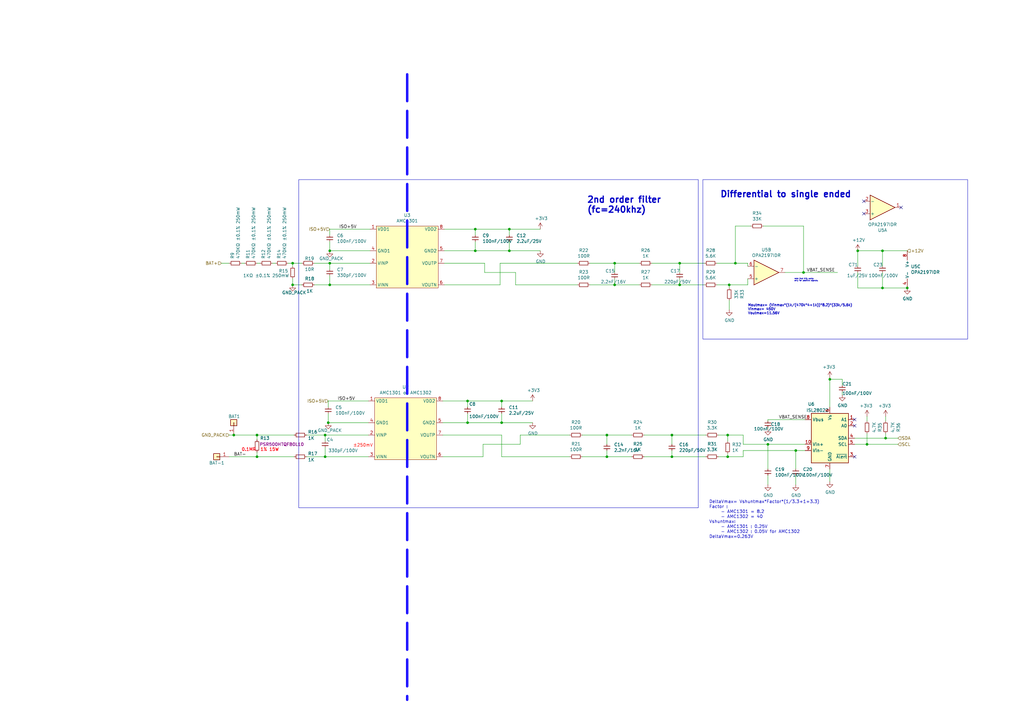
<source format=kicad_sch>
(kicad_sch (version 20230121) (generator eeschema)

  (uuid 876b9c34-ba45-4bcc-858f-64bb062a9549)

  (paper "A3")

  (title_block
    (date "2023-10-19")
    (rev "V0.1")
    (company "teTra")
  )

  (lib_symbols
    (symbol "Amplifier_Audio:AMC1301" (in_bom yes) (on_board yes)
      (property "Reference" "U" (at 1.27 0 0)
        (effects (font (size 1.27 1.27)))
      )
      (property "Value" "" (at 1.27 0 0)
        (effects (font (size 1.27 1.27)))
      )
      (property "Footprint" "" (at 1.27 0 0)
        (effects (font (size 1.27 1.27)) hide)
      )
      (property "Datasheet" "" (at 1.27 0 0)
        (effects (font (size 1.27 1.27)) hide)
      )
      (symbol "AMC1301_0_1"
        (rectangle (start -12.7 12.7) (end 12.7 -12.7)
          (stroke (width 0) (type solid))
          (fill (type background))
        )
      )
      (symbol "AMC1301_1_1"
        (pin input line (at -15.24 11.43 0) (length 2.54)
          (name "VDD1" (effects (font (size 1.27 1.27))))
          (number "1" (effects (font (size 1.27 1.27))))
        )
        (pin input line (at -15.24 -2.54 0) (length 2.54)
          (name "VINP" (effects (font (size 1.27 1.27))))
          (number "2" (effects (font (size 1.27 1.27))))
        )
        (pin input line (at -15.24 -11.43 0) (length 2.54)
          (name "VINN" (effects (font (size 1.27 1.27))))
          (number "3" (effects (font (size 1.27 1.27))))
        )
        (pin input line (at -15.24 2.54 0) (length 2.54)
          (name "GND1" (effects (font (size 1.27 1.27))))
          (number "4" (effects (font (size 1.27 1.27))))
        )
        (pin input line (at 15.24 2.54 180) (length 2.54)
          (name "GND2" (effects (font (size 1.27 1.27))))
          (number "5" (effects (font (size 1.27 1.27))))
        )
        (pin input line (at 15.24 -11.43 180) (length 2.54)
          (name "VOUTN" (effects (font (size 1.27 1.27))))
          (number "6" (effects (font (size 1.27 1.27))))
        )
        (pin input line (at 15.24 -2.54 180) (length 2.54)
          (name "VOUTP" (effects (font (size 1.27 1.27))))
          (number "7" (effects (font (size 1.27 1.27))))
        )
        (pin input line (at 15.24 11.43 180) (length 2.54)
          (name "VDD2" (effects (font (size 1.27 1.27))))
          (number "8" (effects (font (size 1.27 1.27))))
        )
      )
    )
    (symbol "Amplifier_Operational:OPA2376xxD" (pin_names (offset 0.127)) (in_bom yes) (on_board yes)
      (property "Reference" "U" (at 0 5.08 0)
        (effects (font (size 1.27 1.27)) (justify left))
      )
      (property "Value" "OPA2376xxD" (at 0 -5.08 0)
        (effects (font (size 1.27 1.27)) (justify left))
      )
      (property "Footprint" "" (at 0 0 0)
        (effects (font (size 1.27 1.27)) hide)
      )
      (property "Datasheet" "http://www.ti.com/lit/ds/symlink/opa376.pdf" (at 0 0 0)
        (effects (font (size 1.27 1.27)) hide)
      )
      (property "ki_locked" "" (at 0 0 0)
        (effects (font (size 1.27 1.27)))
      )
      (property "ki_keywords" "dual opamp" (at 0 0 0)
        (effects (font (size 1.27 1.27)) hide)
      )
      (property "ki_description" "Dual Low-Noise, Low Quiescent Current, Precision Operational Amplifier e-trim Series, SOIC-8" (at 0 0 0)
        (effects (font (size 1.27 1.27)) hide)
      )
      (property "ki_fp_filters" "SOIC*3.9x4.9mm*P1.27mm* DIP*W7.62mm* TO*99* OnSemi*Micro8* TSSOP*3x3mm*P0.65mm* TSSOP*4.4x3mm*P0.65mm* MSOP*3x3mm*P0.65mm* SSOP*3.9x4.9mm*P0.635mm* LFCSP*2x2mm*P0.5mm* *SIP* SOIC*5.3x6.2mm*P1.27mm*" (at 0 0 0)
        (effects (font (size 1.27 1.27)) hide)
      )
      (symbol "OPA2376xxD_1_1"
        (polyline
          (pts
            (xy -5.08 5.08)
            (xy 5.08 0)
            (xy -5.08 -5.08)
            (xy -5.08 5.08)
          )
          (stroke (width 0.254) (type default))
          (fill (type background))
        )
        (pin output line (at 7.62 0 180) (length 2.54)
          (name "~" (effects (font (size 1.27 1.27))))
          (number "1" (effects (font (size 1.27 1.27))))
        )
        (pin input line (at -7.62 -2.54 0) (length 2.54)
          (name "-" (effects (font (size 1.27 1.27))))
          (number "2" (effects (font (size 1.27 1.27))))
        )
        (pin input line (at -7.62 2.54 0) (length 2.54)
          (name "+" (effects (font (size 1.27 1.27))))
          (number "3" (effects (font (size 1.27 1.27))))
        )
      )
      (symbol "OPA2376xxD_2_1"
        (polyline
          (pts
            (xy -5.08 5.08)
            (xy 5.08 0)
            (xy -5.08 -5.08)
            (xy -5.08 5.08)
          )
          (stroke (width 0.254) (type default))
          (fill (type background))
        )
        (pin input line (at -7.62 2.54 0) (length 2.54)
          (name "+" (effects (font (size 1.27 1.27))))
          (number "5" (effects (font (size 1.27 1.27))))
        )
        (pin input line (at -7.62 -2.54 0) (length 2.54)
          (name "-" (effects (font (size 1.27 1.27))))
          (number "6" (effects (font (size 1.27 1.27))))
        )
        (pin output line (at 7.62 0 180) (length 2.54)
          (name "~" (effects (font (size 1.27 1.27))))
          (number "7" (effects (font (size 1.27 1.27))))
        )
      )
      (symbol "OPA2376xxD_3_1"
        (pin power_in line (at -2.54 -7.62 90) (length 3.81)
          (name "V-" (effects (font (size 1.27 1.27))))
          (number "4" (effects (font (size 1.27 1.27))))
        )
        (pin power_in line (at -2.54 7.62 270) (length 3.81)
          (name "V+" (effects (font (size 1.27 1.27))))
          (number "8" (effects (font (size 1.27 1.27))))
        )
      )
    )
    (symbol "Analog_ADC:‎ISL28022" (in_bom yes) (on_board yes)
      (property "Reference" "U" (at 0 1.27 0)
        (effects (font (size 1.27 1.27)))
      )
      (property "Value" "" (at 0 1.27 0)
        (effects (font (size 1.27 1.27)))
      )
      (property "Footprint" "" (at 0 1.27 0)
        (effects (font (size 1.27 1.27)) hide)
      )
      (property "Datasheet" "" (at 0 1.27 0)
        (effects (font (size 1.27 1.27)) hide)
      )
      (symbol "‎ISL28022_0_1"
        (rectangle (start -7.62 10.16) (end 7.62 -10.16)
          (stroke (width 0.254) (type solid))
          (fill (type background))
        )
      )
      (symbol "‎ISL28022_1_1"
        (pin passive line (at 10.16 7.62 180) (length 2.54)
          (name "A1" (effects (font (size 1.27 1.27))))
          (number "1" (effects (font (size 1.27 1.27))))
        )
        (pin input line (at -10.16 -2.54 0) (length 2.54)
          (name "Vin+" (effects (font (size 1.27 1.27))))
          (number "10" (effects (font (size 1.27 1.27))))
        )
        (pin passive line (at 10.16 5.08 180) (length 2.54)
          (name "A0" (effects (font (size 1.27 1.27))))
          (number "2" (effects (font (size 1.27 1.27))))
        )
        (pin open_collector line (at 10.16 -7.62 180) (length 2.54)
          (name "~{Alert}" (effects (font (size 1.27 1.27))))
          (number "3" (effects (font (size 1.27 1.27))))
        )
        (pin bidirectional line (at 10.16 0 180) (length 2.54)
          (name "SDA" (effects (font (size 1.27 1.27))))
          (number "4" (effects (font (size 1.27 1.27))))
        )
        (pin input line (at 10.16 -2.54 180) (length 2.54)
          (name "SCL" (effects (font (size 1.27 1.27))))
          (number "5" (effects (font (size 1.27 1.27))))
        )
        (pin power_in line (at 0 12.7 270) (length 2.54)
          (name "Vs" (effects (font (size 1.27 1.27))))
          (number "6" (effects (font (size 1.27 1.27))))
        )
        (pin power_in line (at 0 -12.7 90) (length 2.54)
          (name "GND" (effects (font (size 1.27 1.27))))
          (number "7" (effects (font (size 1.27 1.27))))
        )
        (pin input line (at -10.16 7.62 0) (length 2.54)
          (name "Vbus" (effects (font (size 1.27 1.27))))
          (number "8" (effects (font (size 1.27 1.27))))
        )
        (pin input line (at -10.16 -5.08 0) (length 2.54)
          (name "Vin-" (effects (font (size 1.27 1.27))))
          (number "9" (effects (font (size 1.27 1.27))))
        )
      )
    )
    (symbol "Connector_Generic:Conn_01x01" (pin_names (offset 1.016) hide) (in_bom yes) (on_board yes)
      (property "Reference" "J" (at 0 2.54 0)
        (effects (font (size 1.27 1.27)))
      )
      (property "Value" "Conn_01x01" (at 0 -2.54 0)
        (effects (font (size 1.27 1.27)))
      )
      (property "Footprint" "" (at 0 0 0)
        (effects (font (size 1.27 1.27)) hide)
      )
      (property "Datasheet" "~" (at 0 0 0)
        (effects (font (size 1.27 1.27)) hide)
      )
      (property "ki_keywords" "connector" (at 0 0 0)
        (effects (font (size 1.27 1.27)) hide)
      )
      (property "ki_description" "Generic connector, single row, 01x01, script generated (kicad-library-utils/schlib/autogen/connector/)" (at 0 0 0)
        (effects (font (size 1.27 1.27)) hide)
      )
      (property "ki_fp_filters" "Connector*:*_1x??_*" (at 0 0 0)
        (effects (font (size 1.27 1.27)) hide)
      )
      (symbol "Conn_01x01_1_1"
        (rectangle (start -1.27 0.127) (end 0 -0.127)
          (stroke (width 0.1524) (type default))
          (fill (type none))
        )
        (rectangle (start -1.27 1.27) (end 1.27 -1.27)
          (stroke (width 0.254) (type default))
          (fill (type background))
        )
        (pin passive line (at -5.08 0 0) (length 3.81)
          (name "Pin_1" (effects (font (size 1.27 1.27))))
          (number "1" (effects (font (size 1.27 1.27))))
        )
      )
    )
    (symbol "Device:C" (pin_numbers hide) (pin_names (offset 0.254)) (in_bom yes) (on_board yes)
      (property "Reference" "C" (at 0.635 2.54 0)
        (effects (font (size 1.27 1.27)) (justify left))
      )
      (property "Value" "C" (at 0.635 -2.54 0)
        (effects (font (size 1.27 1.27)) (justify left))
      )
      (property "Footprint" "" (at 0.9652 -3.81 0)
        (effects (font (size 1.27 1.27)) hide)
      )
      (property "Datasheet" "~" (at 0 0 0)
        (effects (font (size 1.27 1.27)) hide)
      )
      (property "ki_keywords" "cap capacitor" (at 0 0 0)
        (effects (font (size 1.27 1.27)) hide)
      )
      (property "ki_description" "Unpolarized capacitor" (at 0 0 0)
        (effects (font (size 1.27 1.27)) hide)
      )
      (property "ki_fp_filters" "C_*" (at 0 0 0)
        (effects (font (size 1.27 1.27)) hide)
      )
      (symbol "C_1_1"
        (polyline
          (pts
            (xy -1.27 -0.508)
            (xy 1.27 -0.508)
          )
          (stroke (width 0.254) (type default))
          (fill (type none))
        )
        (polyline
          (pts
            (xy -1.27 0.508)
            (xy 1.27 0.508)
          )
          (stroke (width 0.254) (type default))
          (fill (type none))
        )
        (pin passive line (at 0 1.27 270) (length 0.762)
          (name "~" (effects (font (size 1.27 1.27))))
          (number "1" (effects (font (size 1.27 1.27))))
        )
        (pin passive line (at 0 -1.27 90) (length 0.762)
          (name "~" (effects (font (size 1.27 1.27))))
          (number "2" (effects (font (size 1.27 1.27))))
        )
      )
    )
    (symbol "Device:R_Small" (pin_numbers hide) (pin_names (offset 0.254) hide) (in_bom yes) (on_board yes)
      (property "Reference" "R" (at 0.762 0.508 0)
        (effects (font (size 1.27 1.27)) (justify left))
      )
      (property "Value" "R_Small" (at 0.762 -1.016 0)
        (effects (font (size 1.27 1.27)) (justify left))
      )
      (property "Footprint" "" (at 0 0 0)
        (effects (font (size 1.27 1.27)) hide)
      )
      (property "Datasheet" "~" (at 0 0 0)
        (effects (font (size 1.27 1.27)) hide)
      )
      (property "ki_keywords" "R resistor" (at 0 0 0)
        (effects (font (size 1.27 1.27)) hide)
      )
      (property "ki_description" "Resistor, small symbol" (at 0 0 0)
        (effects (font (size 1.27 1.27)) hide)
      )
      (property "ki_fp_filters" "R_*" (at 0 0 0)
        (effects (font (size 1.27 1.27)) hide)
      )
      (symbol "R_Small_0_1"
        (rectangle (start -0.762 1.778) (end 0.762 -1.778)
          (stroke (width 0.2032) (type default))
          (fill (type none))
        )
      )
      (symbol "R_Small_1_1"
        (pin passive line (at 0 2.54 270) (length 0.762)
          (name "~" (effects (font (size 1.27 1.27))))
          (number "1" (effects (font (size 1.27 1.27))))
        )
        (pin passive line (at 0 -2.54 90) (length 0.762)
          (name "~" (effects (font (size 1.27 1.27))))
          (number "2" (effects (font (size 1.27 1.27))))
        )
      )
    )
    (symbol "power:+12V" (power) (pin_names (offset 0)) (in_bom yes) (on_board yes)
      (property "Reference" "#PWR" (at 0 -3.81 0)
        (effects (font (size 1.27 1.27)) hide)
      )
      (property "Value" "+12V" (at 0 3.556 0)
        (effects (font (size 1.27 1.27)))
      )
      (property "Footprint" "" (at 0 0 0)
        (effects (font (size 1.27 1.27)) hide)
      )
      (property "Datasheet" "" (at 0 0 0)
        (effects (font (size 1.27 1.27)) hide)
      )
      (property "ki_keywords" "global power" (at 0 0 0)
        (effects (font (size 1.27 1.27)) hide)
      )
      (property "ki_description" "Power symbol creates a global label with name \"+12V\"" (at 0 0 0)
        (effects (font (size 1.27 1.27)) hide)
      )
      (symbol "+12V_0_1"
        (polyline
          (pts
            (xy -0.762 1.27)
            (xy 0 2.54)
          )
          (stroke (width 0) (type default))
          (fill (type none))
        )
        (polyline
          (pts
            (xy 0 0)
            (xy 0 2.54)
          )
          (stroke (width 0) (type default))
          (fill (type none))
        )
        (polyline
          (pts
            (xy 0 2.54)
            (xy 0.762 1.27)
          )
          (stroke (width 0) (type default))
          (fill (type none))
        )
      )
      (symbol "+12V_1_1"
        (pin power_in line (at 0 0 90) (length 0) hide
          (name "+12V" (effects (font (size 1.27 1.27))))
          (number "1" (effects (font (size 1.27 1.27))))
        )
      )
    )
    (symbol "power:+3V3" (power) (pin_names (offset 0)) (in_bom yes) (on_board yes)
      (property "Reference" "#PWR" (at 0 -3.81 0)
        (effects (font (size 1.27 1.27)) hide)
      )
      (property "Value" "+3V3" (at 0 3.556 0)
        (effects (font (size 1.27 1.27)))
      )
      (property "Footprint" "" (at 0 0 0)
        (effects (font (size 1.27 1.27)) hide)
      )
      (property "Datasheet" "" (at 0 0 0)
        (effects (font (size 1.27 1.27)) hide)
      )
      (property "ki_keywords" "global power" (at 0 0 0)
        (effects (font (size 1.27 1.27)) hide)
      )
      (property "ki_description" "Power symbol creates a global label with name \"+3V3\"" (at 0 0 0)
        (effects (font (size 1.27 1.27)) hide)
      )
      (symbol "+3V3_0_1"
        (polyline
          (pts
            (xy -0.762 1.27)
            (xy 0 2.54)
          )
          (stroke (width 0) (type default))
          (fill (type none))
        )
        (polyline
          (pts
            (xy 0 0)
            (xy 0 2.54)
          )
          (stroke (width 0) (type default))
          (fill (type none))
        )
        (polyline
          (pts
            (xy 0 2.54)
            (xy 0.762 1.27)
          )
          (stroke (width 0) (type default))
          (fill (type none))
        )
      )
      (symbol "+3V3_1_1"
        (pin power_in line (at 0 0 90) (length 0) hide
          (name "+3V3" (effects (font (size 1.27 1.27))))
          (number "1" (effects (font (size 1.27 1.27))))
        )
      )
    )
    (symbol "power:GND" (power) (pin_names (offset 0)) (in_bom yes) (on_board yes)
      (property "Reference" "#PWR" (at 0 -6.35 0)
        (effects (font (size 1.27 1.27)) hide)
      )
      (property "Value" "GND" (at 0 -3.81 0)
        (effects (font (size 1.27 1.27)))
      )
      (property "Footprint" "" (at 0 0 0)
        (effects (font (size 1.27 1.27)) hide)
      )
      (property "Datasheet" "" (at 0 0 0)
        (effects (font (size 1.27 1.27)) hide)
      )
      (property "ki_keywords" "global power" (at 0 0 0)
        (effects (font (size 1.27 1.27)) hide)
      )
      (property "ki_description" "Power symbol creates a global label with name \"GND\" , ground" (at 0 0 0)
        (effects (font (size 1.27 1.27)) hide)
      )
      (symbol "GND_0_1"
        (polyline
          (pts
            (xy 0 0)
            (xy 0 -1.27)
            (xy 1.27 -1.27)
            (xy 0 -2.54)
            (xy -1.27 -1.27)
            (xy 0 -1.27)
          )
          (stroke (width 0) (type default))
          (fill (type none))
        )
      )
      (symbol "GND_1_1"
        (pin power_in line (at 0 0 270) (length 0) hide
          (name "GND" (effects (font (size 1.27 1.27))))
          (number "1" (effects (font (size 1.27 1.27))))
        )
      )
    )
    (symbol "power:GND_PACK" (power) (pin_names (offset 0)) (in_bom yes) (on_board yes)
      (property "Reference" "#PWR" (at 0 -6.35 0)
        (effects (font (size 1.27 1.27)) hide)
      )
      (property "Value" "GND_PACK" (at 0 -3.81 0)
        (effects (font (size 1.27 1.27)))
      )
      (property "Footprint" "" (at 0 0 0)
        (effects (font (size 1.27 1.27)) hide)
      )
      (property "Datasheet" "" (at 0 0 0)
        (effects (font (size 1.27 1.27)) hide)
      )
      (property "ki_keywords" "global power" (at 0 0 0)
        (effects (font (size 1.27 1.27)) hide)
      )
      (property "ki_description" "Power symbol creates a global label with name \"GND_PACK\" , ground" (at 0 0 0)
        (effects (font (size 1.27 1.27)) hide)
      )
      (symbol "GND_PACK_0_1"
        (polyline
          (pts
            (xy 0 0)
            (xy 0 -1.27)
            (xy 1.27 -1.27)
            (xy 0 -2.54)
            (xy -1.27 -1.27)
            (xy 0 -1.27)
          )
          (stroke (width 0) (type default))
          (fill (type none))
        )
      )
      (symbol "GND_PACK_1_1"
        (pin power_in line (at 0 0 270) (length 0) hide
          (name "GND_PACK" (effects (font (size 1.27 1.27))))
          (number "1" (effects (font (size 1.27 1.27))))
        )
      )
    )
  )

  (junction (at 135.255 102.87) (diameter 0) (color 0 0 0 0)
    (uuid 0057f9f2-b274-41d0-8254-27fa6c857238)
  )
  (junction (at 252.095 107.95) (diameter 0) (color 0 0 0 0)
    (uuid 093703fa-0bcc-41ca-bf13-311e2c95ee18)
  )
  (junction (at 208.915 93.98) (diameter 0) (color 0 0 0 0)
    (uuid 0aee76bc-a09e-4c7a-a96e-3a8d8b892712)
  )
  (junction (at 248.92 178.435) (diameter 0) (color 0 0 0 0)
    (uuid 125ac5e9-ae2b-49b7-92ae-32e2af0a7e37)
  )
  (junction (at 326.39 184.785) (diameter 0) (color 0 0 0 0)
    (uuid 189462bc-2cf9-4adb-9814-f4117bd47417)
  )
  (junction (at 301.625 107.95) (diameter 0) (color 0 0 0 0)
    (uuid 221edf3b-5c13-423d-ba4c-0452a9168d60)
  )
  (junction (at 133.35 178.435) (diameter 0) (color 0 0 0 0)
    (uuid 26bd9a43-6a02-44d0-b3c9-178b7eb3c019)
  )
  (junction (at 135.255 107.95) (diameter 0) (color 0 0 0 0)
    (uuid 2e247cf9-08cb-4cfc-afe4-5049987a4dfa)
  )
  (junction (at 278.765 116.84) (diameter 0) (color 0 0 0 0)
    (uuid 2ed2075a-b150-48ba-a7b4-29658b5d0c8a)
  )
  (junction (at 208.915 102.87) (diameter 0) (color 0 0 0 0)
    (uuid 31f5afa6-1d1a-43c8-912f-9ba55fb126bc)
  )
  (junction (at 298.45 178.435) (diameter 0) (color 0 0 0 0)
    (uuid 32b09fb3-0ad5-420e-9a82-cee236a24f0b)
  )
  (junction (at 133.35 187.325) (diameter 0) (color 0 0 0 0)
    (uuid 354273c7-9b62-4dfa-85a5-41d02c844d9f)
  )
  (junction (at 361.95 102.87) (diameter 0) (color 0 0 0 0)
    (uuid 36d19f12-72ca-4e1f-9456-88e58fddc2cd)
  )
  (junction (at 135.255 116.84) (diameter 0) (color 0 0 0 0)
    (uuid 3e970632-bf21-471b-9684-c991000630ca)
  )
  (junction (at 340.36 155.575) (diameter 0) (color 0 0 0 0)
    (uuid 3f1d6600-1634-473a-bdea-8fb5f71c895d)
  )
  (junction (at 120.015 107.95) (diameter 0) (color 0 0 0 0)
    (uuid 444efe65-f0f4-406d-9182-f055c15284a5)
  )
  (junction (at 95.885 178.435) (diameter 0) (color 0 0 0 0)
    (uuid 469eb94d-d498-4a7e-8b08-ca524d4b9505)
  )
  (junction (at 120.015 116.84) (diameter 0) (color 0 0 0 0)
    (uuid 4cc87cf6-4a0e-48ed-999a-b7764405d2b8)
  )
  (junction (at 361.95 118.11) (diameter 0) (color 0 0 0 0)
    (uuid 4e0750d1-c613-437b-aa59-4f0163e64b07)
  )
  (junction (at 252.095 116.84) (diameter 0) (color 0 0 0 0)
    (uuid 53e7ad19-22c0-437b-a6a2-4892758f52d1)
  )
  (junction (at 275.59 187.325) (diameter 0) (color 0 0 0 0)
    (uuid 53fa1f5d-0380-48dc-be21-69b81dd5cd9b)
  )
  (junction (at 275.59 178.435) (diameter 0) (color 0 0 0 0)
    (uuid 57a7ac96-1b1f-4ac8-a6b9-c90d0137fa0d)
  )
  (junction (at 248.92 187.325) (diameter 0) (color 0 0 0 0)
    (uuid 5af11b93-492a-4a73-bc73-b44df8228ae6)
  )
  (junction (at 205.74 164.465) (diameter 0) (color 0 0 0 0)
    (uuid 675fc0ac-10c9-4e7f-b1aa-cb0c25e1e525)
  )
  (junction (at 363.22 179.705) (diameter 0) (color 0 0 0 0)
    (uuid 6e9feca0-55fe-4af6-b8e8-551d6fbdb929)
  )
  (junction (at 314.96 182.245) (diameter 0) (color 0 0 0 0)
    (uuid 71ad26df-f92a-44dd-a40e-57e9feb52eae)
  )
  (junction (at 329.565 111.76) (diameter 0) (color 0 0 0 0)
    (uuid 73104df4-f07f-4510-be79-4f10b38605e7)
  )
  (junction (at 194.945 93.98) (diameter 0) (color 0 0 0 0)
    (uuid 77095a34-0b6f-4d9e-848c-8ddd036ad85b)
  )
  (junction (at 134.62 173.355) (diameter 0) (color 0 0 0 0)
    (uuid 7ccd2b7f-e490-4009-b5da-fc21944acd23)
  )
  (junction (at 298.45 187.325) (diameter 0) (color 0 0 0 0)
    (uuid 8227a1c6-c68b-4725-93a2-51ace1cce5de)
  )
  (junction (at 105.41 187.325) (diameter 0) (color 0 0 0 0)
    (uuid 859d5239-e6c9-4544-95cd-e4c5613799b1)
  )
  (junction (at 351.79 102.87) (diameter 0) (color 0 0 0 0)
    (uuid aec52137-f66c-4a37-81b5-c5d1c6c6dae0)
  )
  (junction (at 372.11 118.11) (diameter 0) (color 0 0 0 0)
    (uuid b5dc6ab9-830e-484d-b2d5-a438412e497f)
  )
  (junction (at 191.77 164.465) (diameter 0) (color 0 0 0 0)
    (uuid c22ddd5d-aee9-4365-a1de-8e3f66738622)
  )
  (junction (at 194.945 102.87) (diameter 0) (color 0 0 0 0)
    (uuid c4df7601-13fa-4528-9229-c1062863b1f8)
  )
  (junction (at 205.74 173.355) (diameter 0) (color 0 0 0 0)
    (uuid d432cd8c-a958-4edc-9b0f-d911da5479c5)
  )
  (junction (at 278.765 107.95) (diameter 0) (color 0 0 0 0)
    (uuid d7da2519-1f40-4bd3-989e-8f122da04fd8)
  )
  (junction (at 299.085 116.84) (diameter 0) (color 0 0 0 0)
    (uuid e0b6ba1c-2f2e-4303-b745-1702424216a3)
  )
  (junction (at 191.77 173.355) (diameter 0) (color 0 0 0 0)
    (uuid e30f2481-9aaa-4a1a-8fe0-f0f6fa4da926)
  )
  (junction (at 105.41 178.435) (diameter 0) (color 0 0 0 0)
    (uuid ef84a8b6-0195-4b58-907a-2a18e8d733d2)
  )
  (junction (at 355.6 182.245) (diameter 0) (color 0 0 0 0)
    (uuid f9354b30-7809-4d11-8aeb-3270fbd03254)
  )

  (no_connect (at 369.57 85.09) (uuid 1f0b7ee2-1162-4795-b475-ac43d20c2039))
  (no_connect (at 350.52 187.325) (uuid 29469e03-c31f-43c1-9fc0-bdfee6b879a5))
  (no_connect (at 354.33 87.63) (uuid 387d263e-5786-48b4-86bb-49f85a974740))
  (no_connect (at 350.52 174.625) (uuid 39d8c956-1e2a-4daa-b197-270afaa4038f))
  (no_connect (at 354.33 82.55) (uuid 5f7545a7-774c-4225-8e98-cf13e920d21f))
  (no_connect (at 350.52 172.085) (uuid 8bcd9b0a-76c3-41fa-a86e-2ca64e9662cd))

  (wire (pts (xy 105.41 107.95) (xy 106.68 107.95))
    (stroke (width 0) (type default))
    (uuid 048b99e2-be31-4c93-bafc-530bbc1547ce)
  )
  (wire (pts (xy 351.79 102.87) (xy 351.79 109.22))
    (stroke (width 0) (type default))
    (uuid 058f373d-c4fa-4974-90c9-ae31a9e7c9eb)
  )
  (wire (pts (xy 120.015 107.95) (xy 123.825 107.95))
    (stroke (width 0) (type default))
    (uuid 06376d45-fbc1-4ed4-ae30-d5824cfd6ac7)
  )
  (wire (pts (xy 135.255 113.03) (xy 135.255 116.84))
    (stroke (width 0) (type default))
    (uuid 068c18ca-3b3d-4cdf-aa12-747a1bc9378b)
  )
  (wire (pts (xy 355.6 177.8) (xy 355.6 182.245))
    (stroke (width 0) (type default))
    (uuid 0887f320-4f39-47ec-9529-adccf2c82dc5)
  )
  (wire (pts (xy 205.74 164.465) (xy 205.74 167.005))
    (stroke (width 0) (type default))
    (uuid 09f5d43d-d7da-4ea1-8e75-302a440a4ce9)
  )
  (wire (pts (xy 306.705 114.3) (xy 306.705 116.84))
    (stroke (width 0) (type default))
    (uuid 0f845f59-1885-48a7-b518-adf55733182d)
  )
  (wire (pts (xy 205.74 187.325) (xy 233.68 187.325))
    (stroke (width 0) (type default))
    (uuid 107de057-2dfa-4dd0-8bd4-c0c89ca6df6b)
  )
  (wire (pts (xy 252.095 116.84) (xy 262.255 116.84))
    (stroke (width 0) (type default))
    (uuid 10e2c295-42ed-4ecd-8a5a-59174368e0a9)
  )
  (wire (pts (xy 326.39 184.785) (xy 326.39 192.405))
    (stroke (width 0) (type default))
    (uuid 12c473fc-2908-441f-b373-9980ac426e2f)
  )
  (wire (pts (xy 248.92 184.785) (xy 248.92 187.325))
    (stroke (width 0) (type default))
    (uuid 13bc06d9-0260-4b8c-bee8-4408cccc8d30)
  )
  (wire (pts (xy 298.45 187.325) (xy 304.8 187.325))
    (stroke (width 0) (type default))
    (uuid 17741934-514b-4c88-9db6-324f40ea7cd2)
  )
  (wire (pts (xy 299.085 116.84) (xy 306.705 116.84))
    (stroke (width 0) (type default))
    (uuid 1a432186-7592-46c3-b301-b497ee934063)
  )
  (wire (pts (xy 198.12 182.245) (xy 198.12 187.325))
    (stroke (width 0) (type default))
    (uuid 1a825799-30c7-43b7-9c2e-fefb2b3fa7c5)
  )
  (wire (pts (xy 134.62 164.465) (xy 134.62 167.005))
    (stroke (width 0) (type default))
    (uuid 1f449be2-8367-487b-8ac9-3f086bf51c90)
  )
  (wire (pts (xy 191.77 164.465) (xy 191.77 167.005))
    (stroke (width 0) (type default))
    (uuid 201f6166-57bf-4229-8c56-7084f0404899)
  )
  (wire (pts (xy 306.705 107.95) (xy 306.705 109.22))
    (stroke (width 0) (type default))
    (uuid 218e8d14-7989-49fe-852b-e67c84a140b0)
  )
  (wire (pts (xy 99.06 107.95) (xy 100.33 107.95))
    (stroke (width 0) (type default))
    (uuid 21a2a973-530a-4409-8a4e-e6805033f0de)
  )
  (wire (pts (xy 194.945 93.98) (xy 194.945 96.52))
    (stroke (width 0) (type default))
    (uuid 230a60b3-880c-4064-9694-5d52aba9162c)
  )
  (wire (pts (xy 345.44 160.655) (xy 345.44 161.925))
    (stroke (width 0) (type default))
    (uuid 254d88fd-3a0c-4425-8dfc-ab6961ee51fb)
  )
  (wire (pts (xy 134.62 169.545) (xy 134.62 173.355))
    (stroke (width 0) (type default))
    (uuid 25557b42-f402-421d-aa8a-1b01dc653ad6)
  )
  (wire (pts (xy 304.8 182.245) (xy 314.96 182.245))
    (stroke (width 0) (type default))
    (uuid 25ecba46-cd74-46f6-82e0-dc934ebb012b)
  )
  (wire (pts (xy 135.255 93.98) (xy 135.255 96.52))
    (stroke (width 0) (type default))
    (uuid 260dc095-edf3-40c3-81ad-11839fafce89)
  )
  (wire (pts (xy 205.74 178.435) (xy 205.74 187.325))
    (stroke (width 0) (type default))
    (uuid 293e56fa-2a30-438c-8bae-608e3b082701)
  )
  (wire (pts (xy 252.095 107.95) (xy 252.095 111.76))
    (stroke (width 0) (type default))
    (uuid 2aa985f1-476f-4a2e-9cc6-b60408601d85)
  )
  (wire (pts (xy 314.96 182.245) (xy 314.96 192.405))
    (stroke (width 0) (type default))
    (uuid 2dc9f32d-449a-4b13-9196-baf2936e457e)
  )
  (wire (pts (xy 194.945 99.06) (xy 194.945 102.87))
    (stroke (width 0) (type default))
    (uuid 30c46a37-ec25-4e1f-8d66-7b16a8ecb8bb)
  )
  (wire (pts (xy 213.36 182.245) (xy 198.12 182.245))
    (stroke (width 0) (type default))
    (uuid 312b9036-d370-418f-8336-a7028f1ae013)
  )
  (wire (pts (xy 198.755 107.95) (xy 198.755 111.76))
    (stroke (width 0) (type default))
    (uuid 3160cb92-88f3-4513-9cb4-ecc15bebdaaf)
  )
  (wire (pts (xy 301.625 92.71) (xy 301.625 107.95))
    (stroke (width 0) (type default))
    (uuid 322b7bd0-8dbe-4130-aaac-d13655fff4b6)
  )
  (wire (pts (xy 351.79 118.11) (xy 361.95 118.11))
    (stroke (width 0) (type default))
    (uuid 328a41ba-7fc7-4cdc-b6e4-43850f9586fa)
  )
  (wire (pts (xy 304.8 187.325) (xy 304.8 184.785))
    (stroke (width 0) (type default))
    (uuid 332ffb91-e38d-4a21-8771-9a94d46b663a)
  )
  (wire (pts (xy 194.945 93.98) (xy 208.915 93.98))
    (stroke (width 0) (type default))
    (uuid 35b1b7d5-707a-4d3c-87fc-9407798540d0)
  )
  (wire (pts (xy 299.085 116.84) (xy 299.085 118.11))
    (stroke (width 0) (type default))
    (uuid 35e4480c-27a1-4677-96a9-b4c5fe103458)
  )
  (wire (pts (xy 278.765 114.3) (xy 278.765 116.84))
    (stroke (width 0) (type default))
    (uuid 392f2348-00d3-47af-b34d-7b3078832537)
  )
  (wire (pts (xy 208.915 99.06) (xy 208.915 102.87))
    (stroke (width 0) (type default))
    (uuid 3a8099b6-11f4-4c11-aadd-19929f5e9f1b)
  )
  (wire (pts (xy 329.565 111.76) (xy 343.535 111.76))
    (stroke (width 0) (type default))
    (uuid 3afb3d88-5503-4a33-acdc-e93282949c84)
  )
  (wire (pts (xy 294.64 187.325) (xy 298.45 187.325))
    (stroke (width 0) (type default))
    (uuid 3c01b22c-b786-4f94-9430-0d94ea003bdd)
  )
  (wire (pts (xy 133.35 178.435) (xy 151.13 178.435))
    (stroke (width 0) (type default))
    (uuid 3e39132b-caa4-47cd-8a39-84de2c2ab8ec)
  )
  (wire (pts (xy 278.765 116.84) (xy 288.925 116.84))
    (stroke (width 0) (type default))
    (uuid 41f71f9a-21c6-4168-a9ae-ed368b14685c)
  )
  (wire (pts (xy 275.59 178.435) (xy 275.59 182.245))
    (stroke (width 0) (type default))
    (uuid 4287562b-1413-408e-9fb2-abbaa077c437)
  )
  (wire (pts (xy 182.245 107.95) (xy 198.755 107.95))
    (stroke (width 0) (type default))
    (uuid 42ab1122-8404-4376-b7e6-078de74af93e)
  )
  (wire (pts (xy 294.005 107.95) (xy 301.625 107.95))
    (stroke (width 0) (type default))
    (uuid 433af00a-ebc9-42a9-8c95-694b4b96366a)
  )
  (wire (pts (xy 135.255 107.95) (xy 135.255 110.49))
    (stroke (width 0) (type default))
    (uuid 433bae08-acc4-490b-ae5e-5d08bc18cc9e)
  )
  (wire (pts (xy 134.62 173.355) (xy 151.13 173.355))
    (stroke (width 0) (type default))
    (uuid 44632a59-2e76-4465-87f4-9eec28d80746)
  )
  (wire (pts (xy 205.74 164.465) (xy 218.44 164.465))
    (stroke (width 0) (type default))
    (uuid 4478ca35-9d13-4f27-b271-b305aad66b83)
  )
  (wire (pts (xy 198.755 111.76) (xy 211.455 111.76))
    (stroke (width 0) (type default))
    (uuid 46c70f2b-02b3-48f3-a857-ba5a77b9d43b)
  )
  (wire (pts (xy 205.105 116.84) (xy 205.105 107.95))
    (stroke (width 0) (type default))
    (uuid 481f77ce-6d9f-4603-a695-3f479fa04fb8)
  )
  (wire (pts (xy 182.245 93.98) (xy 194.945 93.98))
    (stroke (width 0) (type default))
    (uuid 4a089e8b-220a-43ac-8179-343824f0aa8a)
  )
  (wire (pts (xy 120.015 107.95) (xy 120.015 109.22))
    (stroke (width 0) (type default))
    (uuid 527fa7dc-5418-43a2-a1a1-f9e47ac3d2c5)
  )
  (wire (pts (xy 355.6 170.815) (xy 355.6 172.72))
    (stroke (width 0) (type default))
    (uuid 5590620c-8414-4dbc-a81d-20355f389d3e)
  )
  (wire (pts (xy 275.59 178.435) (xy 289.56 178.435))
    (stroke (width 0) (type default))
    (uuid 56e9c69c-a67b-4430-800d-adf95a0f3d85)
  )
  (wire (pts (xy 133.35 183.515) (xy 133.35 187.325))
    (stroke (width 0) (type default))
    (uuid 5b43aac2-cde6-4f3d-adf4-6ec86ae1737e)
  )
  (wire (pts (xy 363.22 179.705) (xy 368.3 179.705))
    (stroke (width 0) (type default))
    (uuid 5c073899-4ebc-436e-a188-8da634aff30e)
  )
  (wire (pts (xy 351.79 111.76) (xy 351.79 118.11))
    (stroke (width 0) (type default))
    (uuid 60c26cc9-ce5a-4d12-9ff8-d7cd724bbb4d)
  )
  (wire (pts (xy 361.95 111.76) (xy 361.95 118.11))
    (stroke (width 0) (type default))
    (uuid 61fcefcb-52f0-4f3d-9e98-ffc0dc765388)
  )
  (wire (pts (xy 267.335 116.84) (xy 278.765 116.84))
    (stroke (width 0) (type default))
    (uuid 63a629fb-f64c-4353-a0cb-dc934c87a41c)
  )
  (wire (pts (xy 205.74 169.545) (xy 205.74 173.355))
    (stroke (width 0) (type default))
    (uuid 66df04ca-1276-4f45-aac3-1aca4e34e7aa)
  )
  (wire (pts (xy 191.77 164.465) (xy 205.74 164.465))
    (stroke (width 0) (type default))
    (uuid 69ada37e-0818-4e2f-835c-ed1d2cf7271c)
  )
  (wire (pts (xy 298.45 178.435) (xy 298.45 180.975))
    (stroke (width 0) (type default))
    (uuid 6c70a6c5-1477-46c6-8484-143c9813937c)
  )
  (wire (pts (xy 314.96 182.245) (xy 330.2 182.245))
    (stroke (width 0) (type default))
    (uuid 71052562-3e77-4446-97e4-ef7c8bb41ff0)
  )
  (wire (pts (xy 135.255 99.06) (xy 135.255 102.87))
    (stroke (width 0) (type default))
    (uuid 7374ade0-b1ee-4da8-87e0-37c024689d28)
  )
  (wire (pts (xy 133.35 178.435) (xy 133.35 180.975))
    (stroke (width 0) (type default))
    (uuid 75569faa-6bb4-4d78-b6ea-3afe1267fd00)
  )
  (wire (pts (xy 345.44 155.575) (xy 340.36 155.575))
    (stroke (width 0) (type default))
    (uuid 7567ed3e-c1ef-4c9e-af46-cfdaddabd7c3)
  )
  (wire (pts (xy 326.39 184.785) (xy 304.8 184.785))
    (stroke (width 0) (type default))
    (uuid 7695867a-ec8a-4afa-9f46-d34c6c4e2ed2)
  )
  (wire (pts (xy 90.805 107.95) (xy 93.98 107.95))
    (stroke (width 0) (type default))
    (uuid 78121222-c706-4231-ae70-21a8d958ab93)
  )
  (wire (pts (xy 125.73 178.435) (xy 133.35 178.435))
    (stroke (width 0) (type default))
    (uuid 78bb489f-42b6-4a9f-a32e-b519e85a8f1f)
  )
  (wire (pts (xy 340.36 154.94) (xy 340.36 155.575))
    (stroke (width 0) (type default))
    (uuid 7a3fde8d-2a14-4cb9-a69e-ab646ef43581)
  )
  (wire (pts (xy 264.16 187.325) (xy 275.59 187.325))
    (stroke (width 0) (type default))
    (uuid 7b694776-d182-4e64-a8af-07922c280019)
  )
  (wire (pts (xy 118.11 107.95) (xy 120.015 107.95))
    (stroke (width 0) (type default))
    (uuid 7cd5a086-cec5-4d53-a6d8-1e8e3688e883)
  )
  (wire (pts (xy 267.335 107.95) (xy 278.765 107.95))
    (stroke (width 0) (type default))
    (uuid 7e10db24-3fa2-4d39-82b2-30bfc8382e87)
  )
  (wire (pts (xy 350.52 179.705) (xy 363.22 179.705))
    (stroke (width 0) (type default))
    (uuid 81d329ba-99ce-48e8-bb73-28a972fc3804)
  )
  (wire (pts (xy 321.945 111.76) (xy 329.565 111.76))
    (stroke (width 0) (type default))
    (uuid 844eb412-b975-4287-b760-7375f0126737)
  )
  (wire (pts (xy 135.255 107.95) (xy 151.765 107.95))
    (stroke (width 0) (type default))
    (uuid 870e6209-dfa9-4e74-9502-16b4966897d2)
  )
  (wire (pts (xy 105.41 180.34) (xy 105.41 178.435))
    (stroke (width 0) (type default))
    (uuid 8794c277-fad4-4b92-90be-06888631f007)
  )
  (wire (pts (xy 95.885 178.435) (xy 105.41 178.435))
    (stroke (width 0) (type default))
    (uuid 884f3163-8e80-4391-807d-ac8dfcdf5b14)
  )
  (wire (pts (xy 205.74 173.355) (xy 218.44 173.355))
    (stroke (width 0) (type default))
    (uuid 8bd36e75-227e-4ac0-93e1-c0e97b04d8ff)
  )
  (wire (pts (xy 191.77 173.355) (xy 205.74 173.355))
    (stroke (width 0) (type default))
    (uuid 8c4b642b-4d39-4da9-96f6-433c50626c74)
  )
  (wire (pts (xy 111.76 107.95) (xy 113.03 107.95))
    (stroke (width 0) (type default))
    (uuid 8c9c451d-5e90-48ac-aa22-727e706fdd23)
  )
  (wire (pts (xy 361.95 102.87) (xy 361.95 109.22))
    (stroke (width 0) (type default))
    (uuid 8d554941-5860-4e3f-91eb-0d180f2bcd17)
  )
  (wire (pts (xy 120.015 116.84) (xy 123.825 116.84))
    (stroke (width 0) (type default))
    (uuid 8dba617c-544f-4bf9-ab4d-39e508fc5ebb)
  )
  (wire (pts (xy 208.915 93.98) (xy 221.615 93.98))
    (stroke (width 0) (type default))
    (uuid 922169e1-56bf-472b-a821-2110511c4866)
  )
  (wire (pts (xy 182.245 116.84) (xy 205.105 116.84))
    (stroke (width 0) (type default))
    (uuid 96862ccd-bcfd-4d6d-b19d-a0206c78de6d)
  )
  (wire (pts (xy 301.625 107.95) (xy 306.705 107.95))
    (stroke (width 0) (type default))
    (uuid 9731acfd-40fa-49aa-a213-d6b970bb8aa4)
  )
  (wire (pts (xy 314.96 175.26) (xy 314.96 175.895))
    (stroke (width 0) (type default))
    (uuid 97e089a7-3b86-47fa-8670-e9cb0660b193)
  )
  (wire (pts (xy 340.36 155.575) (xy 340.36 167.005))
    (stroke (width 0) (type default))
    (uuid 97f226aa-05aa-4e0b-b2b3-a8ae16d29e7e)
  )
  (wire (pts (xy 105.41 187.325) (xy 120.65 187.325))
    (stroke (width 0) (type default))
    (uuid 980ea754-60cc-4617-90fe-003a0a9f2240)
  )
  (wire (pts (xy 275.59 187.325) (xy 289.56 187.325))
    (stroke (width 0) (type default))
    (uuid 99f3fb7a-2a9c-4412-910d-c6383a5b500b)
  )
  (wire (pts (xy 248.92 178.435) (xy 248.92 182.245))
    (stroke (width 0) (type default))
    (uuid 9c014337-f2ae-44a1-a4ac-2cf0a3bb27fd)
  )
  (wire (pts (xy 326.39 184.785) (xy 330.2 184.785))
    (stroke (width 0) (type default))
    (uuid 9eb1b989-be37-4e92-9ccc-38eb4c02d5bd)
  )
  (wire (pts (xy 120.015 114.3) (xy 120.015 116.84))
    (stroke (width 0) (type default))
    (uuid a01ee96a-9c61-4e5d-8d99-f0775f7c6d1a)
  )
  (wire (pts (xy 105.41 185.42) (xy 105.41 187.325))
    (stroke (width 0) (type default))
    (uuid a074995c-03c1-4476-a58d-9bcef9429a6a)
  )
  (wire (pts (xy 278.765 107.95) (xy 288.925 107.95))
    (stroke (width 0) (type default))
    (uuid a30e9438-e41d-45dd-9aa6-e0c99c416289)
  )
  (wire (pts (xy 181.61 178.435) (xy 205.74 178.435))
    (stroke (width 0) (type default))
    (uuid a3593e74-d932-4284-8e46-e7572a29e23d)
  )
  (wire (pts (xy 351.79 102.87) (xy 361.95 102.87))
    (stroke (width 0) (type default))
    (uuid a57699f2-117e-4a8d-ac41-386e6592783d)
  )
  (wire (pts (xy 93.98 178.435) (xy 95.885 178.435))
    (stroke (width 0) (type default))
    (uuid a60930eb-6ee2-476f-947b-b7ab5f8205c7)
  )
  (wire (pts (xy 264.16 178.435) (xy 275.59 178.435))
    (stroke (width 0) (type default))
    (uuid a7673289-ae8c-4695-ae19-2984446f6664)
  )
  (wire (pts (xy 181.61 164.465) (xy 191.77 164.465))
    (stroke (width 0) (type default))
    (uuid a850bd49-b830-40c2-af02-9ece85e98196)
  )
  (wire (pts (xy 313.055 92.71) (xy 329.565 92.71))
    (stroke (width 0) (type default))
    (uuid a88f682a-4c38-40df-8722-4114431efed3)
  )
  (wire (pts (xy 135.255 102.87) (xy 151.765 102.87))
    (stroke (width 0) (type default))
    (uuid a93eb088-d679-4f09-8155-47b2de892274)
  )
  (wire (pts (xy 151.13 164.465) (xy 134.62 164.465))
    (stroke (width 0) (type default))
    (uuid a9442be0-8894-4927-9988-1c5d1194d217)
  )
  (wire (pts (xy 361.95 118.11) (xy 372.11 118.11))
    (stroke (width 0) (type default))
    (uuid aaeb3582-bfba-4f4b-96cb-ad76e196f103)
  )
  (wire (pts (xy 128.905 107.95) (xy 135.255 107.95))
    (stroke (width 0) (type default))
    (uuid abe86132-1136-476e-a55a-9f77b1ac24de)
  )
  (wire (pts (xy 350.52 182.245) (xy 355.6 182.245))
    (stroke (width 0) (type default))
    (uuid ad2d9022-a6e8-479a-945b-fa3843730825)
  )
  (wire (pts (xy 252.095 114.3) (xy 252.095 116.84))
    (stroke (width 0) (type default))
    (uuid ad3fa4d5-a74a-4280-bacb-9b43444d7949)
  )
  (wire (pts (xy 211.455 111.76) (xy 211.455 116.84))
    (stroke (width 0) (type default))
    (uuid aedf6591-dbec-4fb0-a475-9932893c47dc)
  )
  (wire (pts (xy 205.105 107.95) (xy 236.855 107.95))
    (stroke (width 0) (type default))
    (uuid af2d69ae-3b42-4ca2-b47f-355ee7c6441b)
  )
  (wire (pts (xy 252.095 107.95) (xy 262.255 107.95))
    (stroke (width 0) (type default))
    (uuid b4abc6c7-a1bc-4ca1-a9f8-8ecbac704a6d)
  )
  (wire (pts (xy 181.61 173.355) (xy 191.77 173.355))
    (stroke (width 0) (type default))
    (uuid b6215040-00aa-4625-9e0b-e34de6949a4c)
  )
  (wire (pts (xy 211.455 116.84) (xy 236.855 116.84))
    (stroke (width 0) (type default))
    (uuid b822d036-128c-473a-9884-b17f5f060a0a)
  )
  (wire (pts (xy 128.905 116.84) (xy 135.255 116.84))
    (stroke (width 0) (type default))
    (uuid b87cf0e7-c806-4924-ae78-7dc2ffd1f30e)
  )
  (wire (pts (xy 298.45 186.055) (xy 298.45 187.325))
    (stroke (width 0) (type default))
    (uuid ba0b33b8-f797-4293-b90c-2682a2459f73)
  )
  (wire (pts (xy 340.36 192.405) (xy 340.36 197.485))
    (stroke (width 0) (type default))
    (uuid bcfc773d-92d9-41a1-8897-52d86f2ee08f)
  )
  (wire (pts (xy 294.64 178.435) (xy 298.45 178.435))
    (stroke (width 0) (type default))
    (uuid be76b7b4-0499-4f97-a578-046d1e0e22d8)
  )
  (wire (pts (xy 105.41 178.435) (xy 120.65 178.435))
    (stroke (width 0) (type default))
    (uuid be829e7c-6ed0-4dd9-8add-a8d062a561b1)
  )
  (wire (pts (xy 355.6 182.245) (xy 368.3 182.245))
    (stroke (width 0) (type default))
    (uuid c047d92d-1fd6-4eb5-b778-2910f2a65595)
  )
  (wire (pts (xy 301.625 92.71) (xy 307.975 92.71))
    (stroke (width 0) (type default))
    (uuid c6d70ecd-7425-489b-9435-7bac61348875)
  )
  (wire (pts (xy 278.765 107.95) (xy 278.765 111.76))
    (stroke (width 0) (type default))
    (uuid c8cce510-e0ee-4562-bd58-704be59653b7)
  )
  (wire (pts (xy 241.935 107.95) (xy 252.095 107.95))
    (stroke (width 0) (type default))
    (uuid c9f3863e-683a-403e-a9a7-f947dc8416ea)
  )
  (wire (pts (xy 93.98 187.325) (xy 105.41 187.325))
    (stroke (width 0) (type default))
    (uuid ce0725f2-f21b-461e-a366-baca8cf3d773)
  )
  (wire (pts (xy 151.13 187.325) (xy 133.35 187.325))
    (stroke (width 0) (type default))
    (uuid ce29f892-12d3-45cd-b65e-71aa13e03f6e)
  )
  (wire (pts (xy 191.77 169.545) (xy 191.77 173.355))
    (stroke (width 0) (type default))
    (uuid d34d0781-0741-42df-8eb1-462122f9eff5)
  )
  (wire (pts (xy 248.92 187.325) (xy 259.08 187.325))
    (stroke (width 0) (type default))
    (uuid d371727f-2f1d-48ad-aed6-a3b51c01caae)
  )
  (wire (pts (xy 198.12 187.325) (xy 181.61 187.325))
    (stroke (width 0) (type default))
    (uuid d577b896-affc-42a3-a1ae-0e87e79d9632)
  )
  (wire (pts (xy 194.945 102.87) (xy 208.915 102.87))
    (stroke (width 0) (type default))
    (uuid d618c918-cf17-447d-92f3-96555955f093)
  )
  (wire (pts (xy 213.36 178.435) (xy 233.68 178.435))
    (stroke (width 0) (type default))
    (uuid db23db60-b27f-4b48-9068-ec97c17812eb)
  )
  (wire (pts (xy 314.96 172.085) (xy 330.2 172.085))
    (stroke (width 0) (type default))
    (uuid dce7f630-500b-4081-a1a5-162c54cfe299)
  )
  (wire (pts (xy 125.73 187.325) (xy 133.35 187.325))
    (stroke (width 0) (type default))
    (uuid dce9cac2-cda5-412a-906c-b370ff1b1123)
  )
  (wire (pts (xy 363.22 177.8) (xy 363.22 179.705))
    (stroke (width 0) (type default))
    (uuid dd71a20d-92f8-429e-abcb-233873b5d3df)
  )
  (wire (pts (xy 298.45 178.435) (xy 304.8 178.435))
    (stroke (width 0) (type default))
    (uuid df8115f7-6f1c-40a2-86c7-b7d7cf3b748d)
  )
  (wire (pts (xy 275.59 184.785) (xy 275.59 187.325))
    (stroke (width 0) (type default))
    (uuid dfb07712-d398-4c35-9cd1-f8e12f4dd277)
  )
  (wire (pts (xy 241.935 116.84) (xy 252.095 116.84))
    (stroke (width 0) (type default))
    (uuid dfe3c84b-620f-43a9-831c-af51fdbcc1ea)
  )
  (wire (pts (xy 314.96 172.085) (xy 314.96 172.72))
    (stroke (width 0) (type default))
    (uuid e024456d-d5fb-4cac-a3d7-e00313492ceb)
  )
  (polyline (pts (xy 167.005 30.48) (xy 167.005 287.02))
    (stroke (width 1) (type dash) (color 23 13 255 1))
    (uuid e09bbfef-cd7c-4c16-a8e5-7a8eecfd1085)
  )

  (wire (pts (xy 345.44 155.575) (xy 345.44 158.115))
    (stroke (width 0) (type default))
    (uuid e0daf024-746c-42a0-b8db-a79fa22975f9)
  )
  (wire (pts (xy 299.085 123.19) (xy 299.085 127))
    (stroke (width 0) (type default))
    (uuid e16362e2-644e-44c3-844a-f235622c7f15)
  )
  (wire (pts (xy 304.8 178.435) (xy 304.8 182.245))
    (stroke (width 0) (type default))
    (uuid e167f93c-0239-41a3-ab0d-d544fdb16f82)
  )
  (wire (pts (xy 294.005 116.84) (xy 299.085 116.84))
    (stroke (width 0) (type default))
    (uuid e2060400-a311-4043-a810-60c4ca672f72)
  )
  (wire (pts (xy 208.915 93.98) (xy 208.915 96.52))
    (stroke (width 0) (type default))
    (uuid e27eec3e-89f5-45e9-94a1-62c6d1d68093)
  )
  (wire (pts (xy 248.92 178.435) (xy 259.08 178.435))
    (stroke (width 0) (type default))
    (uuid e4cc137f-c6e8-43e0-936e-ffb9ffeeaeb8)
  )
  (wire (pts (xy 326.39 194.945) (xy 326.39 198.755))
    (stroke (width 0) (type default))
    (uuid e7967725-cb92-4086-84d2-559790dba5ef)
  )
  (wire (pts (xy 208.915 102.87) (xy 221.615 102.87))
    (stroke (width 0) (type default))
    (uuid e8f079b1-e8c6-4c5c-b978-d1c9e981119e)
  )
  (wire (pts (xy 363.22 170.815) (xy 363.22 172.72))
    (stroke (width 0) (type default))
    (uuid ea2b6a30-13bb-4338-95da-61f84de9e672)
  )
  (wire (pts (xy 213.36 178.435) (xy 213.36 182.245))
    (stroke (width 0) (type default))
    (uuid eb5f0238-389c-4032-97d4-5d0a255801c3)
  )
  (wire (pts (xy 314.96 194.945) (xy 314.96 198.755))
    (stroke (width 0) (type default))
    (uuid ebdec27f-a47f-43b2-9c17-7e0dad926183)
  )
  (wire (pts (xy 329.565 92.71) (xy 329.565 111.76))
    (stroke (width 0) (type default))
    (uuid f11baf54-2328-4da4-88b6-81022a9ecb6b)
  )
  (wire (pts (xy 361.95 102.87) (xy 372.11 102.87))
    (stroke (width 0) (type default))
    (uuid f22f6688-953e-4366-9c4f-0bc0f6caa5dd)
  )
  (wire (pts (xy 151.765 116.84) (xy 135.255 116.84))
    (stroke (width 0) (type default))
    (uuid f58bc9d6-48ab-495f-9819-f7309a299e98)
  )
  (wire (pts (xy 151.765 93.98) (xy 135.255 93.98))
    (stroke (width 0) (type default))
    (uuid f956527a-dd10-4949-9972-3877ce51f5c0)
  )
  (wire (pts (xy 182.245 102.87) (xy 194.945 102.87))
    (stroke (width 0) (type default))
    (uuid faa6cf24-fa62-49d2-9d7e-6e9fab3e3ab7)
  )
  (wire (pts (xy 238.76 178.435) (xy 248.92 178.435))
    (stroke (width 0) (type default))
    (uuid fb5eb082-ee07-484f-a78f-5a5fed978537)
  )
  (wire (pts (xy 238.76 187.325) (xy 248.92 187.325))
    (stroke (width 0) (type default))
    (uuid fff464bf-a8c5-47d1-a54c-223c43ad42b3)
  )

  (rectangle (start 122.555 73.66) (end 286.385 208.28)
    (stroke (width 0) (type default))
    (fill (type none))
    (uuid 70314d28-ceab-40a3-b81c-074a633b7dcb)
  )
  (rectangle (start 288.29 73.66) (end 396.875 139.065)
    (stroke (width 0) (type default))
    (fill (type none))
    (uuid ecf1429a-077b-4901-b3df-9dc1974bf719)
  )

  (text "DeltaVmax= Vshuntmax*Factor*(1/3.3+1+3.3)\nFactor : \n	- AMC1301 = 8.2\n	- AMC1302 = 40\nVshuntmax:\n	- AMC1301 : 0.25V \n	- AMC1302 : 0.05V for AMC1302\nDeltaVmax=0.263V"
    (at 290.83 220.98 0)
    (effects (font (size 1.27 1.27)) (justify left bottom))
    (uuid 142434ab-0072-479c-acba-8751e7929ce0)
  )
  (text "note that this works\nonly for positive signals." (at 325.755 115.57 0)
    (effects (font (size 0.508 0.508)) (justify left bottom))
    (uuid 8e1f958e-dd9f-49e3-8a96-e764894a3c18)
  )
  (text "2nd order filter\n(fc=240khz)" (at 240.665 87.63 0)
    (effects (font (size 2.54 2.54) (thickness 0.508) bold) (justify left bottom))
    (uuid 9a977de9-1b7c-45cb-b374-a4d7c8c87f46)
  )
  (text "±250mV" (at 144.78 183.515 0)
    (effects (font (size 1.27 1.27) (color 255 14 8 1)) (justify left bottom))
    (uuid a3f70c30-f25b-4e79-90a4-eb2e44887f6f)
  )
  (text "Moutmax= (Vinmax*(1k/(470k*4+1k))*8.2)*(33k/5.6k)\nVinmax= 450V\nVoutmax=11.56V\n\n"
    (at 306.705 130.81 0)
    (effects (font (size 1.016 1.016) (thickness 0.2032) bold) (justify left bottom))
    (uuid a76f9be0-8fda-40a6-a775-0f04a8cde013)
  )
  (text "Differential to single ended" (at 295.275 81.28 0)
    (effects (font (size 2.54 2.54) (thickness 0.508) bold) (justify left bottom))
    (uuid f91d39c0-d8a7-414d-bea9-d8473e65f54e)
  )

  (label "VBAT_SENSE" (at 319.405 172.085 0) (fields_autoplaced)
    (effects (font (size 1.27 1.27)) (justify left bottom))
    (uuid 038e46ce-7f4b-4a9a-970c-d5df206212d9)
  )
  (label "BAT-" (at 95.885 187.325 0) (fields_autoplaced)
    (effects (font (size 1.27 1.27)) (justify left bottom))
    (uuid 58a7e6c6-584c-4ca1-aef9-cf191606bc05)
  )
  (label "VBAT_SENSE" (at 330.835 111.76 0) (fields_autoplaced)
    (effects (font (size 1.27 1.27)) (justify left bottom))
    (uuid 72a707f0-1b46-4212-a2b2-af8361394c38)
  )
  (label "ISO+5V" (at 138.43 164.465 0) (fields_autoplaced)
    (effects (font (size 1.27 1.27)) (justify left bottom))
    (uuid 8d8f269b-4259-4376-a2c7-d4df0718bcbd)
  )
  (label "ISO+5V" (at 139.065 93.98 0) (fields_autoplaced)
    (effects (font (size 1.27 1.27)) (justify left bottom))
    (uuid c67d2680-3564-474b-ad09-655ce2ec5344)
  )

  (hierarchical_label "ISO+5V" (shape input) (at 134.62 164.465 180) (fields_autoplaced)
    (effects (font (size 1.27 1.27)) (justify right))
    (uuid 04bab136-01e3-48c3-9520-e3ff2c1ab778)
  )
  (hierarchical_label "BAT+" (shape input) (at 90.805 107.95 180) (fields_autoplaced)
    (effects (font (size 1.27 1.27)) (justify right))
    (uuid 0c82eb4f-b72a-487d-9bec-ced235ba5c0b)
  )
  (hierarchical_label "SCL" (shape input) (at 368.3 182.245 0) (fields_autoplaced)
    (effects (font (size 1.27 1.27)) (justify left))
    (uuid 0f2e51a0-3db1-4b9d-96ba-274df083c634)
  )
  (hierarchical_label "ISO+5V" (shape input) (at 135.255 93.98 180) (fields_autoplaced)
    (effects (font (size 1.27 1.27)) (justify right))
    (uuid 306d0c5a-8779-45c3-9f84-95f01d98c84c)
  )
  (hierarchical_label "GND_PACK" (shape input) (at 93.98 178.435 180) (fields_autoplaced)
    (effects (font (size 1.27 1.27)) (justify right))
    (uuid 311bee60-6fdc-486d-b34d-e68823418164)
  )
  (hierarchical_label "+12V" (shape input) (at 372.11 102.87 0) (fields_autoplaced)
    (effects (font (size 1.27 1.27)) (justify left))
    (uuid 5b0ce73f-b838-4a59-863f-0d06a2b04b09)
  )
  (hierarchical_label "SDA" (shape input) (at 368.3 179.705 0) (fields_autoplaced)
    (effects (font (size 1.27 1.27)) (justify left))
    (uuid 8917ef23-de5b-4495-8734-b1fcca37aaa0)
  )

  (symbol (lib_id "Device:R_Small") (at 291.465 116.84 90) (unit 1)
    (in_bom yes) (on_board yes) (dnp no)
    (uuid 00000000-0000-0000-0000-00005c318331)
    (property "Reference" "R29" (at 291.465 111.5822 90)
      (effects (font (size 1.27 1.27)))
    )
    (property "Value" "5.6K" (at 291.465 113.8936 90)
      (effects (font (size 1.27 1.27)))
    )
    (property "Footprint" "Resistor_SMD:R_0603_1608Metric" (at 291.465 118.618 90)
      (effects (font (size 1.27 1.27)) hide)
    )
    (property "Datasheet" "https://www.yageo.com/upload/media/product/productsearch/datasheet/rchip/PYu-RC_Group_51_RoHS_L_12.pdf" (at 291.465 116.84 0)
      (effects (font (size 1.27 1.27)) hide)
    )
    (property "MPN" "RC0603JR-075K6L" (at 291.465 116.84 0)
      (effects (font (size 1.27 1.27)) hide)
    )
    (property "Description" "5.6 kOhms ±5% 0.1W, 1/10W Chip Resistor 0603 (1608 Metric) Moisture Resistant Thick Film" (at 291.465 116.84 0)
      (effects (font (size 1.27 1.27)) hide)
    )
    (property "Link" "https://www.digikey.jp/en/products/detail/yageo/RC0603JR-075K6L/726799?s=N4IgTCBcDaIEoGEAMA2JBmAUnAtEg7AKwDSKAMiALoC%2BQA" (at 291.465 116.84 0)
      (effects (font (size 1.27 1.27)) hide)
    )
    (pin "1" (uuid 0ceef7df-0bf2-41e4-a7be-4f240a8f8bb8))
    (pin "2" (uuid 19efdcae-edd6-496f-aae6-a44d66f198cc))
    (instances
      (project "LTC6811_ESP32_V1p3"
        (path "/6a86ff6f-b159-4c4c-8a40-e732cc82e010/00000000-0000-0000-0000-00005c519ba0"
          (reference "R29") (unit 1)
        )
      )
    )
  )

  (symbol (lib_id "Device:R_Small") (at 310.515 92.71 90) (unit 1)
    (in_bom yes) (on_board yes) (dnp no)
    (uuid 00000000-0000-0000-0000-00005c31871e)
    (property "Reference" "R34" (at 310.515 87.4522 90)
      (effects (font (size 1.27 1.27)))
    )
    (property "Value" "33K" (at 310.515 89.7636 90)
      (effects (font (size 1.27 1.27)))
    )
    (property "Footprint" "Resistor_SMD:R_0603_1608Metric" (at 310.515 94.488 90)
      (effects (font (size 1.27 1.27)) hide)
    )
    (property "Datasheet" "https://www.yageo.com/upload/media/product/app/datasheet/rchip/pyu-rc_group_51_rohs_l.pdf" (at 310.515 92.71 0)
      (effects (font (size 1.27 1.27)) hide)
    )
    (property "MPN" "RC0603FR-0733KL" (at 310.515 92.71 0)
      (effects (font (size 1.27 1.27)) hide)
    )
    (property "Description" "33 kOhms ±1% 0.1W, 1/10W Chip Resistor 0603 (1608 Metric) Moisture Resistant Thick Film" (at 310.515 92.71 0)
      (effects (font (size 1.27 1.27)) hide)
    )
    (property "Link" "https://www.digikey.jp/en/products/detail/yageo/RC0603FR-0733KL/727159?s=N4IgTCBcDaIEoGEAMA2JBmAYnAtEg7OugNIAyIAugL5A" (at 310.515 92.71 0)
      (effects (font (size 1.27 1.27)) hide)
    )
    (pin "1" (uuid c055e6d8-f4ea-4b3c-bd7c-1c875287e342))
    (pin "2" (uuid d4dc5108-e828-468a-897f-947bc76a095d))
    (instances
      (project "LTC6811_ESP32_V1p3"
        (path "/6a86ff6f-b159-4c4c-8a40-e732cc82e010/00000000-0000-0000-0000-00005c519ba0"
          (reference "R34") (unit 1)
        )
      )
    )
  )

  (symbol (lib_id "Device:R_Small") (at 299.085 120.65 0) (unit 1)
    (in_bom yes) (on_board yes) (dnp no)
    (uuid 00000000-0000-0000-0000-00005c320fc9)
    (property "Reference" "R33" (at 304.3428 120.65 90)
      (effects (font (size 1.27 1.27)))
    )
    (property "Value" "33K" (at 302.0314 120.65 90)
      (effects (font (size 1.27 1.27)))
    )
    (property "Footprint" "Resistor_SMD:R_0603_1608Metric" (at 297.307 120.65 90)
      (effects (font (size 1.27 1.27)) hide)
    )
    (property "Datasheet" "https://www.yageo.com/upload/media/product/app/datasheet/rchip/pyu-rc_group_51_rohs_l.pdf" (at 299.085 120.65 0)
      (effects (font (size 1.27 1.27)) hide)
    )
    (property "MPN" "RC0603FR-0733KL" (at 299.085 120.65 0)
      (effects (font (size 1.27 1.27)) hide)
    )
    (property "Description" "33 kOhms ±1% 0.1W, 1/10W Chip Resistor 0603 (1608 Metric) Moisture Resistant Thick Film" (at 299.085 120.65 0)
      (effects (font (size 1.27 1.27)) hide)
    )
    (property "Link" "https://www.digikey.jp/en/products/detail/yageo/RC0603FR-0733KL/727159?s=N4IgTCBcDaIEoGEAMA2JBmAYnAtEg7OugNIAyIAugL5A" (at 299.085 120.65 0)
      (effects (font (size 1.27 1.27)) hide)
    )
    (pin "1" (uuid 7484e467-7e96-4618-99a6-8f121da707ef))
    (pin "2" (uuid 060a8ef1-7341-47c5-9a05-1aba4a0b1773))
    (instances
      (project "LTC6811_ESP32_V1p3"
        (path "/6a86ff6f-b159-4c4c-8a40-e732cc82e010/00000000-0000-0000-0000-00005c519ba0"
          (reference "R33") (unit 1)
        )
      )
    )
  )

  (symbol (lib_id "power:GND") (at 299.085 127 0) (unit 1)
    (in_bom yes) (on_board yes) (dnp no)
    (uuid 00000000-0000-0000-0000-00005c32186e)
    (property "Reference" "#PWR029" (at 299.085 133.35 0)
      (effects (font (size 1.27 1.27)) hide)
    )
    (property "Value" "GND" (at 299.212 131.3942 0)
      (effects (font (size 1.27 1.27)))
    )
    (property "Footprint" "" (at 299.085 127 0)
      (effects (font (size 1.27 1.27)) hide)
    )
    (property "Datasheet" "" (at 299.085 127 0)
      (effects (font (size 1.27 1.27)) hide)
    )
    (pin "1" (uuid b8a07de9-5fde-46ea-8341-a2ba2c525780))
    (instances
      (project "LTC6811_ESP32_V1p3"
        (path "/6a86ff6f-b159-4c4c-8a40-e732cc82e010/00000000-0000-0000-0000-00005c519ba0"
          (reference "#PWR029") (unit 1)
        )
      )
    )
  )

  (symbol (lib_id "Analog_ADC:‎ISL28022") (at 340.36 179.705 0) (unit 1)
    (in_bom yes) (on_board yes) (dnp no)
    (uuid 00000000-0000-0000-0000-00005c3f5ebf)
    (property "Reference" "U6" (at 332.74 165.735 0)
      (effects (font (size 1.27 1.27)))
    )
    (property "Value" "ISL28022" (at 335.28 168.275 0)
      (effects (font (size 1.27 1.27)))
    )
    (property "Footprint" "PCM_4ms_Package_SSOP:MSOP-10_3x3mm_P0.5mm" (at 341.63 177.165 0)
      (effects (font (size 1.27 1.27)) hide)
    )
    (property "Datasheet" "https://www.renesas.com/us/en/document/dst/isl28022-datasheet" (at 349.25 182.245 0)
      (effects (font (size 1.27 1.27)) hide)
    )
    (property "MPN" "ISL28022FUZ-T7A" (at 340.36 179.705 0)
      (effects (font (size 1.27 1.27)) hide)
    )
    (property "Link" "https://www.digikey.jp/en/products/detail/renesas-electronics-america-inc/ISL28022FUZ-T7A/4765786" (at 340.36 179.705 0)
      (effects (font (size 1.27 1.27)) hide)
    )
    (property "Description" "Power Supply Controller Power Supply Monitor 10-MSOP" (at 340.36 179.705 0)
      (effects (font (size 1.27 1.27)) hide)
    )
    (pin "1" (uuid bec7cd6a-e7a7-460f-b93f-fedce74de513))
    (pin "10" (uuid ff7ba439-c1bc-49bb-a341-dbb1a889ee92))
    (pin "2" (uuid a999db1c-782d-4ff4-8bc1-a969e988e992))
    (pin "3" (uuid 836b662a-f7dc-455b-a76f-acceea08e832))
    (pin "4" (uuid 81f7c7b8-d0ae-4258-9d6c-3de34f9a3f76))
    (pin "5" (uuid 8ba1e3b4-f84e-4ff0-a028-94b64f70559f))
    (pin "6" (uuid bddb0f40-cf2b-48fc-84f4-1686b7aca5fd))
    (pin "7" (uuid 1d915d62-096b-4bff-b371-51cd268be846))
    (pin "8" (uuid a912b078-13b5-4289-bde9-4e465faca183))
    (pin "9" (uuid f0e99043-4103-4ccd-a770-ca1dde547687))
    (instances
      (project "LTC6811_ESP32_V1p3"
        (path "/6a86ff6f-b159-4c4c-8a40-e732cc82e010/00000000-0000-0000-0000-00005c519ba0"
          (reference "U6") (unit 1)
        )
      )
    )
  )

  (symbol (lib_id "power:GND") (at 326.39 198.755 0) (unit 1)
    (in_bom yes) (on_board yes) (dnp no)
    (uuid 00000000-0000-0000-0000-00005c3fbfa8)
    (property "Reference" "#PWR032" (at 326.39 205.105 0)
      (effects (font (size 1.27 1.27)) hide)
    )
    (property "Value" "GND" (at 326.517 203.1492 0)
      (effects (font (size 1.27 1.27)))
    )
    (property "Footprint" "" (at 326.39 198.755 0)
      (effects (font (size 1.27 1.27)) hide)
    )
    (property "Datasheet" "" (at 326.39 198.755 0)
      (effects (font (size 1.27 1.27)) hide)
    )
    (pin "1" (uuid c712085d-02dc-4a95-8332-2df1085d2bc8))
    (instances
      (project "LTC6811_ESP32_V1p3"
        (path "/6a86ff6f-b159-4c4c-8a40-e732cc82e010/00000000-0000-0000-0000-00005c519ba0"
          (reference "#PWR032") (unit 1)
        )
      )
    )
  )

  (symbol (lib_id "Device:C") (at 326.39 193.675 180) (unit 1)
    (in_bom yes) (on_board yes) (dnp no)
    (uuid 00000000-0000-0000-0000-00005c3fd4f5)
    (property "Reference" "C20" (at 329.311 192.5066 0)
      (effects (font (size 1.27 1.27)) (justify right))
    )
    (property "Value" "100nF/100V" (at 329.311 194.818 0)
      (effects (font (size 1.27 1.27)) (justify right))
    )
    (property "Footprint" "Capacitor_SMD:C_0603_1608Metric" (at 325.4248 189.865 0)
      (effects (font (size 1.27 1.27)) hide)
    )
    (property "Datasheet" "https://www.digikey.jp/en/products/detail/samsung-electro-mechanics/CL10B104KC8NNNC/5961291?s=N4IgTCBcDaIMIBkCMAGAQqgLAaTgDgDki4AdEkAXQF8g" (at 326.39 193.675 0)
      (effects (font (size 1.27 1.27)) hide)
    )
    (property "MPN" "CL10B104KC8NNNC" (at 326.39 193.675 0)
      (effects (font (size 1.27 1.27)) hide)
    )
    (property "Description" "0.1 µF ±10% 100V Ceramic Capacitor X7R 0603 (1608 Metric)" (at 326.39 193.675 0)
      (effects (font (size 1.27 1.27)) hide)
    )
    (property "Link" "https://www.digikey.jp/en/products/detail/samsung-electro-mechanics/CL10B104KC8NNNC/5961291?s=N4IgTCBcDaIMIBkCMAGAQqgLAaTgDgDki4QBdAXyA" (at 326.39 193.675 0)
      (effects (font (size 1.27 1.27)) hide)
    )
    (pin "1" (uuid ee87a321-2928-4668-b311-214f740faedd))
    (pin "2" (uuid d98a489a-0443-45f7-87f2-160c7775d0b3))
    (instances
      (project "LTC6811_ESP32_V1p3"
        (path "/6a86ff6f-b159-4c4c-8a40-e732cc82e010/00000000-0000-0000-0000-00005c519ba0"
          (reference "C20") (unit 1)
        )
      )
    )
  )

  (symbol (lib_id "Device:R_Small") (at 355.6 175.26 0) (unit 1)
    (in_bom yes) (on_board yes) (dnp no)
    (uuid 00000000-0000-0000-0000-00005c4023f0)
    (property "Reference" "R35" (at 360.8578 175.26 90)
      (effects (font (size 1.27 1.27)))
    )
    (property "Value" "4.7K" (at 358.5464 175.26 90)
      (effects (font (size 1.27 1.27)))
    )
    (property "Footprint" "Resistor_SMD:R_0603_1608Metric" (at 353.822 175.26 90)
      (effects (font (size 1.27 1.27)) hide)
    )
    (property "Datasheet" "https://www.yageo.com/upload/media/product/products/datasheet/rchip/PYu-RC_Group_51_RoHS_L_12.pdf" (at 355.6 175.26 0)
      (effects (font (size 1.27 1.27)) hide)
    )
    (property "MPN" "RC0603JR-074K7L" (at 355.6 175.26 0)
      (effects (font (size 1.27 1.27)) hide)
    )
    (property "Description" "4.7 kOhms ±5% 0.1W, 1/10W Chip Resistor 0603 (1608 Metric) Moisture Resistant Thick Film" (at 355.6 175.26 0)
      (effects (font (size 1.27 1.27)) hide)
    )
    (property "Link" "https://www.digikey.jp/en/products/detail/yageo/RC0603JR-074K7L/726785?s=N4IgTCBcDaIEoGEAMA2JBmAUnAtEg7ACwDS%2BAMiALoC%2BQA" (at 355.6 175.26 0)
      (effects (font (size 1.27 1.27)) hide)
    )
    (pin "1" (uuid 5c9d019b-4298-44f2-b207-13b4cc2cf1fb))
    (pin "2" (uuid 0f030f78-69a3-4b8f-af70-3ec50d71b305))
    (instances
      (project "LTC6811_ESP32_V1p3"
        (path "/6a86ff6f-b159-4c4c-8a40-e732cc82e010/00000000-0000-0000-0000-00005c519ba0"
          (reference "R35") (unit 1)
        )
      )
    )
  )

  (symbol (lib_id "Device:R_Small") (at 363.22 175.26 0) (unit 1)
    (in_bom yes) (on_board yes) (dnp no)
    (uuid 00000000-0000-0000-0000-00005c402e5d)
    (property "Reference" "R36" (at 368.4778 175.26 90)
      (effects (font (size 1.27 1.27)))
    )
    (property "Value" "4.7K" (at 366.1664 175.26 90)
      (effects (font (size 1.27 1.27)))
    )
    (property "Footprint" "Resistor_SMD:R_0603_1608Metric" (at 361.442 175.26 90)
      (effects (font (size 1.27 1.27)) hide)
    )
    (property "Datasheet" "https://www.yageo.com/upload/media/product/products/datasheet/rchip/PYu-RC_Group_51_RoHS_L_12.pdf" (at 363.22 175.26 0)
      (effects (font (size 1.27 1.27)) hide)
    )
    (property "MPN" "RC0603JR-074K7L" (at 363.22 175.26 0)
      (effects (font (size 1.27 1.27)) hide)
    )
    (property "Description" "4.7 kOhms ±5% 0.1W, 1/10W Chip Resistor 0603 (1608 Metric) Moisture Resistant Thick Film" (at 363.22 175.26 0)
      (effects (font (size 1.27 1.27)) hide)
    )
    (property "Link" "https://www.digikey.jp/en/products/detail/yageo/RC0603JR-074K7L/726785?s=N4IgTCBcDaIEoGEAMA2JBmAUnAtEg7ACwDS%2BAMiALoC%2BQA" (at 363.22 175.26 0)
      (effects (font (size 1.27 1.27)) hide)
    )
    (pin "1" (uuid 350dd144-8abb-4014-936d-60ab9a5d9267))
    (pin "2" (uuid aa3d163d-9f6b-43e2-8f68-998c8e9bcdc1))
    (instances
      (project "LTC6811_ESP32_V1p3"
        (path "/6a86ff6f-b159-4c4c-8a40-e732cc82e010/00000000-0000-0000-0000-00005c519ba0"
          (reference "R36") (unit 1)
        )
      )
    )
  )

  (symbol (lib_id "Device:C") (at 345.44 159.385 180) (unit 1)
    (in_bom yes) (on_board yes) (dnp no)
    (uuid 00000000-0000-0000-0000-00005c40a0e1)
    (property "Reference" "C21" (at 345.44 157.48 0)
      (effects (font (size 1.27 1.27)) (justify right))
    )
    (property "Value" "100nF/100V" (at 345.44 161.29 0)
      (effects (font (size 1.27 1.27)) (justify right))
    )
    (property "Footprint" "Capacitor_SMD:C_0603_1608Metric" (at 344.4748 155.575 0)
      (effects (font (size 1.27 1.27)) hide)
    )
    (property "Datasheet" "https://www.digikey.jp/en/products/detail/samsung-electro-mechanics/CL10B104KC8NNNC/5961291?s=N4IgTCBcDaIMIBkCMAGAQqgLAaTgDgDki4AdEkAXQF8g" (at 345.44 159.385 0)
      (effects (font (size 1.27 1.27)) hide)
    )
    (property "MPN" "CL10B104KC8NNNC" (at 345.44 159.385 0)
      (effects (font (size 1.27 1.27)) hide)
    )
    (property "Description" "0.1 µF ±10% 100V Ceramic Capacitor X7R 0603 (1608 Metric)" (at 345.44 159.385 0)
      (effects (font (size 1.27 1.27)) hide)
    )
    (property "Link" "https://www.digikey.jp/en/products/detail/samsung-electro-mechanics/CL10B104KC8NNNC/5961291?s=N4IgTCBcDaIMIBkCMAGAQqgLAaTgDgDki4QBdAXyA" (at 345.44 159.385 0)
      (effects (font (size 1.27 1.27)) hide)
    )
    (pin "1" (uuid 072de7b4-b5e7-4ee6-a59b-54a003f67a22))
    (pin "2" (uuid 7a385046-a325-410b-bf37-2e648f1d0585))
    (instances
      (project "LTC6811_ESP32_V1p3"
        (path "/6a86ff6f-b159-4c4c-8a40-e732cc82e010/00000000-0000-0000-0000-00005c519ba0"
          (reference "C21") (unit 1)
        )
      )
    )
  )

  (symbol (lib_id "power:GND") (at 345.44 161.925 0) (unit 1)
    (in_bom yes) (on_board yes) (dnp no)
    (uuid 00000000-0000-0000-0000-00005c40b387)
    (property "Reference" "#PWR035" (at 345.44 168.275 0)
      (effects (font (size 1.27 1.27)) hide)
    )
    (property "Value" "GND" (at 345.567 166.3192 0)
      (effects (font (size 1.27 1.27)))
    )
    (property "Footprint" "" (at 345.44 161.925 0)
      (effects (font (size 1.27 1.27)) hide)
    )
    (property "Datasheet" "" (at 345.44 161.925 0)
      (effects (font (size 1.27 1.27)) hide)
    )
    (pin "1" (uuid 87ef5be6-1d3a-445b-859c-297b0ff2f1af))
    (instances
      (project "LTC6811_ESP32_V1p3"
        (path "/6a86ff6f-b159-4c4c-8a40-e732cc82e010/00000000-0000-0000-0000-00005c519ba0"
          (reference "#PWR035") (unit 1)
        )
      )
    )
  )

  (symbol (lib_id "power:GND") (at 314.96 175.895 0) (unit 1)
    (in_bom yes) (on_board yes) (dnp no)
    (uuid 00000000-0000-0000-0000-00005c421994)
    (property "Reference" "#PWR030" (at 314.96 182.245 0)
      (effects (font (size 1.27 1.27)) hide)
    )
    (property "Value" "GND" (at 315.087 180.2892 0)
      (effects (font (size 1.27 1.27)))
    )
    (property "Footprint" "" (at 314.96 175.895 0)
      (effects (font (size 1.27 1.27)) hide)
    )
    (property "Datasheet" "" (at 314.96 175.895 0)
      (effects (font (size 1.27 1.27)) hide)
    )
    (pin "1" (uuid 172ab4ec-395d-4bc4-affa-84a25a4312ba))
    (instances
      (project "LTC6811_ESP32_V1p3"
        (path "/6a86ff6f-b159-4c4c-8a40-e732cc82e010/00000000-0000-0000-0000-00005c519ba0"
          (reference "#PWR030") (unit 1)
        )
      )
    )
  )

  (symbol (lib_id "power:GND") (at 340.36 197.485 0) (unit 1)
    (in_bom yes) (on_board yes) (dnp no)
    (uuid 00000000-0000-0000-0000-00005c5621ee)
    (property "Reference" "#PWR034" (at 340.36 203.835 0)
      (effects (font (size 1.27 1.27)) hide)
    )
    (property "Value" "GND" (at 340.487 201.8792 0)
      (effects (font (size 1.27 1.27)))
    )
    (property "Footprint" "" (at 340.36 197.485 0)
      (effects (font (size 1.27 1.27)) hide)
    )
    (property "Datasheet" "" (at 340.36 197.485 0)
      (effects (font (size 1.27 1.27)) hide)
    )
    (pin "1" (uuid 72e5911c-7ca8-4223-b0db-b45cd426a131))
    (instances
      (project "LTC6811_ESP32_V1p3"
        (path "/6a86ff6f-b159-4c4c-8a40-e732cc82e010/00000000-0000-0000-0000-00005c519ba0"
          (reference "#PWR034") (unit 1)
        )
      )
    )
  )

  (symbol (lib_id "power:+3V3") (at 221.615 93.98 0) (unit 1)
    (in_bom yes) (on_board yes) (dnp no)
    (uuid 00000000-0000-0000-0000-00005c636994)
    (property "Reference" "#PWR027" (at 221.615 97.79 0)
      (effects (font (size 1.27 1.27)) hide)
    )
    (property "Value" "+3V3" (at 221.996 89.5858 0)
      (effects (font (size 1.27 1.27)))
    )
    (property "Footprint" "" (at 221.615 93.98 0)
      (effects (font (size 1.27 1.27)) hide)
    )
    (property "Datasheet" "" (at 221.615 93.98 0)
      (effects (font (size 1.27 1.27)) hide)
    )
    (pin "1" (uuid 7fe657e5-039a-42e4-ab72-c4431fb3f3a8))
    (instances
      (project "LTC6811_ESP32_V1p3"
        (path "/6a86ff6f-b159-4c4c-8a40-e732cc82e010/00000000-0000-0000-0000-00005c519ba0"
          (reference "#PWR027") (unit 1)
        )
      )
    )
  )

  (symbol (lib_id "Device:C") (at 135.255 111.76 0) (unit 1)
    (in_bom yes) (on_board yes) (dnp no)
    (uuid 00000000-0000-0000-0000-00005c7131eb)
    (property "Reference" "C7" (at 138.176 110.5916 0)
      (effects (font (size 1.27 1.27)) (justify left))
    )
    (property "Value" "330pF/100V" (at 138.176 112.903 0)
      (effects (font (size 1.27 1.27)) (justify left))
    )
    (property "Footprint" "Capacitor_SMD:C_0603_1608Metric" (at 136.2202 115.57 0)
      (effects (font (size 1.27 1.27)) hide)
    )
    (property "Datasheet" "https://search.murata.co.jp/Ceramy/image/img/A01X/G101/ENG/GRM188R72A331KA01-01.pdf" (at 135.255 111.76 0)
      (effects (font (size 1.27 1.27)) hide)
    )
    (property "MPN" "GRM188R72A331KA01D" (at 135.255 111.76 0)
      (effects (font (size 1.27 1.27)) hide)
    )
    (property "Description" "330 pF ±10% 100V Ceramic Capacitor X7R 0603 (1608 Metric)" (at 135.255 111.76 0)
      (effects (font (size 1.27 1.27)) hide)
    )
    (property "Link" "https://www.digikey.jp/en/products/detail/murata-electronics/GRM188R72A331KA01D/587128" (at 135.255 111.76 0)
      (effects (font (size 1.27 1.27)) hide)
    )
    (pin "1" (uuid a1e511cf-7abd-4283-b86e-49d6f4314737))
    (pin "2" (uuid e23d70c6-4a86-41af-b649-e92cc6c55603))
    (instances
      (project "LTC6811_ESP32_V1p3"
        (path "/6a86ff6f-b159-4c4c-8a40-e732cc82e010/00000000-0000-0000-0000-00005c519ba0"
          (reference "C7") (unit 1)
        )
      )
    )
  )

  (symbol (lib_id "Amplifier_Audio:AMC1301") (at 167.005 105.41 0) (unit 1)
    (in_bom yes) (on_board yes) (dnp no)
    (uuid 00000000-0000-0000-0000-00005c7168d3)
    (property "Reference" "U3" (at 167.005 88.265 0)
      (effects (font (size 1.27 1.27)))
    )
    (property "Value" "AMC1301" (at 167.005 90.5764 0)
      (effects (font (size 1.27 1.27)))
    )
    (property "Footprint" "Package_SO:SSO-8_6.8x5.9mm_P1.27mm_Clearance8mm" (at 168.275 105.41 0)
      (effects (font (size 1.27 1.27)) hide)
    )
    (property "Datasheet" "https://www.ti.com/lit/ds/symlink/amc1301.pdf?ts=1697691105837&ref_url=https%253A%252F%252Fwww.ti.com%252Fsitesearch%252Fen-us%252Fdocs%252Funiversalsearch.tsp%253FlangPref%253Den-US%2526searchTerm%253DAMC1301%2526nr%253D468" (at 168.275 105.41 0)
      (effects (font (size 1.27 1.27)) hide)
    )
    (property "MPN" "AMC1301DWV" (at 167.005 105.41 0)
      (effects (font (size 1.27 1.27)) hide)
    )
    (property "Link" "https://www.digikey.jp/en/products/detail/texas-instruments/AMC1301DWV/6131500" (at 167.005 105.41 0)
      (effects (font (size 1.27 1.27)) hide)
    )
    (property "Description" "Isolation Amplifier 1 Circuit 8-SOIC" (at 167.005 105.41 0)
      (effects (font (size 1.27 1.27)) hide)
    )
    (pin "1" (uuid a3e1e380-d82e-4e20-bb21-3b79f5b94e04))
    (pin "2" (uuid a5d15071-ebab-4c30-9ac7-f169a599ee8f))
    (pin "3" (uuid f18ef230-5a02-4a47-8ede-6cb00051912b))
    (pin "4" (uuid dd36c20d-0dde-4521-be23-07b0a43c9ea5))
    (pin "5" (uuid e201e275-4318-4a34-a40c-d1b7d264b4c2))
    (pin "6" (uuid d53be4ae-21fd-46d0-b650-675ba4c21ceb))
    (pin "7" (uuid f1a50b26-f04a-4184-89bc-eb322d944774))
    (pin "8" (uuid eead2d9c-56ce-420d-befb-b32ee12e234a))
    (instances
      (project "LTC6811_ESP32_V1p3"
        (path "/6a86ff6f-b159-4c4c-8a40-e732cc82e010/00000000-0000-0000-0000-00005c519ba0"
          (reference "U3") (unit 1)
        )
      )
    )
  )

  (symbol (lib_id "Device:R_Small") (at 120.015 111.76 0) (unit 1)
    (in_bom yes) (on_board yes) (dnp no)
    (uuid 00000000-0000-0000-0000-00005c71bec9)
    (property "Reference" "R15" (at 114.3 111.125 0)
      (effects (font (size 1.27 1.27)) (justify left))
    )
    (property "Value" "1KΩ ±0.1% 250mW" (at 99.695 113.03 0)
      (effects (font (size 1.27 1.27)) (justify left))
    )
    (property "Footprint" "Resistor_SMD:R_0805_2012Metric" (at 118.237 111.76 90)
      (effects (font (size 1.27 1.27)) hide)
    )
    (property "Datasheet" "https://industrial.panasonic.com/cdbs/www-data/pdf/RDM0000/AOA0000C328.pdf" (at 120.015 111.76 0)
      (effects (font (size 1.27 1.27)) hide)
    )
    (property "MPN" "ERJ-PB6B1001V" (at 120.015 111.76 0)
      (effects (font (size 1.27 1.27)) hide)
    )
    (property "Link" "https://www.digikey.jp/en/products/detail/panasonic-electronic-components/ERJ-PB6B1001V/6213377?s=N4IgTCBcDaIKICUBSBaACgIQGwYIwAZ9cA1EAXQF8g" (at 120.015 111.76 0)
      (effects (font (size 1.27 1.27)) hide)
    )
    (property "Description" "1 kOhms ±0.1% 0.25W, 1/4W Chip Resistor 0805 (2012 Metric) Automotive AEC-Q200, Pulse Withstanding Thick Film" (at 120.015 111.76 0)
      (effects (font (size 1.27 1.27)) hide)
    )
    (pin "1" (uuid 8942dda2-150d-4ebe-863b-f3a262d8f9e1))
    (pin "2" (uuid f2c656a4-254e-4e91-8d16-600bfe69ecda))
    (instances
      (project "LTC6811_ESP32_V1p3"
        (path "/6a86ff6f-b159-4c4c-8a40-e732cc82e010/00000000-0000-0000-0000-00005c519ba0"
          (reference "R15") (unit 1)
        )
      )
    )
  )

  (symbol (lib_id "Device:R_Small") (at 126.365 116.84 270) (unit 1)
    (in_bom yes) (on_board yes) (dnp no)
    (uuid 00000000-0000-0000-0000-00005c71c4e8)
    (property "Reference" "R18" (at 127 114.3 90)
      (effects (font (size 1.27 1.27)))
    )
    (property "Value" "1K" (at 127 119.38 90)
      (effects (font (size 1.27 1.27)))
    )
    (property "Footprint" "Resistor_SMD:R_0603_1608Metric" (at 126.365 115.062 90)
      (effects (font (size 1.27 1.27)) hide)
    )
    (property "Datasheet" "https://www.vishay.com/docs/20035/dcrcwe3.pdf" (at 126.365 116.84 0)
      (effects (font (size 1.27 1.27)) hide)
    )
    (property "MPN" "CRCW06031K00FKEA" (at 126.365 116.84 0)
      (effects (font (size 1.27 1.27)) hide)
    )
    (property "Description" "1 kOhms ±1% 0.1W, 1/10W Chip Resistor 0603 (1608 Metric) Automotive AEC-Q200 Thick Film" (at 126.365 116.84 0)
      (effects (font (size 1.27 1.27)) hide)
    )
    (property "Link" "https://www.digikey.jp/en/products/detail/vishay-dale/CRCW06031K00FKEA/1179809" (at 126.365 116.84 0)
      (effects (font (size 1.27 1.27)) hide)
    )
    (pin "1" (uuid 3da53ed9-c974-4916-81a8-844e92ec47cd))
    (pin "2" (uuid a4e68ced-a1b1-4530-a489-ba222474a368))
    (instances
      (project "LTC6811_ESP32_V1p3"
        (path "/6a86ff6f-b159-4c4c-8a40-e732cc82e010/00000000-0000-0000-0000-00005c519ba0"
          (reference "R18") (unit 1)
        )
      )
    )
  )

  (symbol (lib_id "Device:C") (at 194.945 97.79 0) (unit 1)
    (in_bom yes) (on_board yes) (dnp no)
    (uuid 00000000-0000-0000-0000-00005c726033)
    (property "Reference" "C9" (at 197.866 96.6216 0)
      (effects (font (size 1.27 1.27)) (justify left))
    )
    (property "Value" "100nF/100V" (at 197.866 98.933 0)
      (effects (font (size 1.27 1.27)) (justify left))
    )
    (property "Footprint" "Capacitor_SMD:C_0603_1608Metric" (at 195.9102 101.6 0)
      (effects (font (size 1.27 1.27)) hide)
    )
    (property "Datasheet" "https://www.digikey.jp/en/products/detail/samsung-electro-mechanics/CL10B104KC8NNNC/5961291?s=N4IgTCBcDaIMIBkCMAGAQqgLAaTgDgDki4AdEkAXQF8g" (at 194.945 97.79 0)
      (effects (font (size 1.27 1.27)) hide)
    )
    (property "MPN" "CL10B104KC8NNNC" (at 194.945 97.79 0)
      (effects (font (size 1.27 1.27)) hide)
    )
    (property "Description" "0.1 µF ±10% 100V Ceramic Capacitor X7R 0603 (1608 Metric)" (at 194.945 97.79 0)
      (effects (font (size 1.27 1.27)) hide)
    )
    (property "Link" "https://www.digikey.jp/en/products/detail/samsung-electro-mechanics/CL10B104KC8NNNC/5961291?s=N4IgTCBcDaIMIBkCMAGAQqgLAaTgDgDki4QBdAXyA" (at 194.945 97.79 0)
      (effects (font (size 1.27 1.27)) hide)
    )
    (pin "1" (uuid bbe5d907-3e1a-4da2-bf0a-c0c4b5d71fde))
    (pin "2" (uuid 08562390-5827-49d0-8acf-02f074b317e1))
    (instances
      (project "LTC6811_ESP32_V1p3"
        (path "/6a86ff6f-b159-4c4c-8a40-e732cc82e010/00000000-0000-0000-0000-00005c519ba0"
          (reference "C9") (unit 1)
        )
      )
    )
  )

  (symbol (lib_id "Device:C") (at 208.915 97.79 0) (unit 1)
    (in_bom yes) (on_board yes) (dnp no)
    (uuid 00000000-0000-0000-0000-00005c7264ed)
    (property "Reference" "C12" (at 211.836 96.6216 0)
      (effects (font (size 1.27 1.27)) (justify left))
    )
    (property "Value" "2.2uF/25V" (at 211.836 98.933 0)
      (effects (font (size 1.27 1.27)) (justify left))
    )
    (property "Footprint" "Capacitor_SMD:C_0603_1608Metric" (at 209.8802 101.6 0)
      (effects (font (size 1.27 1.27)) hide)
    )
    (property "Datasheet" "https://search.murata.co.jp/Ceramy/image/img/A01X/G101/ENG/GRM188R61E225KA12-01.pdf" (at 208.915 97.79 0)
      (effects (font (size 1.27 1.27)) hide)
    )
    (property "MPN" "GRM188R61E225KA12D" (at 208.915 97.79 0)
      (effects (font (size 1.27 1.27)) hide)
    )
    (property "Description" "2.2 µF ±10% 25V Ceramic Capacitor X5R 0603 (1608 Metric)" (at 208.915 97.79 0)
      (effects (font (size 1.27 1.27)) hide)
    )
    (property "Link" "https://www.digikey.jp/en/products/detail/murata-electronics/GRM188R61E225KA12D/4905349" (at 208.915 97.79 0)
      (effects (font (size 1.27 1.27)) hide)
    )
    (pin "1" (uuid d90a38ac-c4ee-4afa-bf71-a0c53b0afbc4))
    (pin "2" (uuid 908eca39-2a8c-43e2-b98a-76767ba1eb97))
    (instances
      (project "LTC6811_ESP32_V1p3"
        (path "/6a86ff6f-b159-4c4c-8a40-e732cc82e010/00000000-0000-0000-0000-00005c519ba0"
          (reference "C12") (unit 1)
        )
      )
    )
  )

  (symbol (lib_id "power:GND") (at 221.615 102.87 0) (unit 1)
    (in_bom yes) (on_board yes) (dnp no)
    (uuid 00000000-0000-0000-0000-00005c730fa1)
    (property "Reference" "#PWR028" (at 221.615 109.22 0)
      (effects (font (size 1.27 1.27)) hide)
    )
    (property "Value" "GND" (at 221.742 107.2642 0)
      (effects (font (size 1.27 1.27)))
    )
    (property "Footprint" "" (at 221.615 102.87 0)
      (effects (font (size 1.27 1.27)) hide)
    )
    (property "Datasheet" "" (at 221.615 102.87 0)
      (effects (font (size 1.27 1.27)) hide)
    )
    (pin "1" (uuid 0bba7ad8-50a5-4ba0-9bdd-f3aa28c060cd))
    (instances
      (project "LTC6811_ESP32_V1p3"
        (path "/6a86ff6f-b159-4c4c-8a40-e732cc82e010/00000000-0000-0000-0000-00005c519ba0"
          (reference "#PWR028") (unit 1)
        )
      )
    )
  )

  (symbol (lib_id "Device:C") (at 135.255 97.79 0) (unit 1)
    (in_bom yes) (on_board yes) (dnp no)
    (uuid 00000000-0000-0000-0000-00005c73e4e8)
    (property "Reference" "C6" (at 138.176 96.6216 0)
      (effects (font (size 1.27 1.27)) (justify left))
    )
    (property "Value" "100nF/100V" (at 138.176 98.933 0)
      (effects (font (size 1.27 1.27)) (justify left))
    )
    (property "Footprint" "Capacitor_SMD:C_0603_1608Metric" (at 136.2202 101.6 0)
      (effects (font (size 1.27 1.27)) hide)
    )
    (property "Datasheet" "https://www.digikey.jp/en/products/detail/samsung-electro-mechanics/CL10B104KC8NNNC/5961291?s=N4IgTCBcDaIMIBkCMAGAQqgLAaTgDgDki4AdEkAXQF8g" (at 135.255 97.79 0)
      (effects (font (size 1.27 1.27)) hide)
    )
    (property "MPN" "CL10B104KC8NNNC" (at 135.255 97.79 0)
      (effects (font (size 1.27 1.27)) hide)
    )
    (property "Description" "0.1 µF ±10% 100V Ceramic Capacitor X7R 0603 (1608 Metric)" (at 135.255 97.79 0)
      (effects (font (size 1.27 1.27)) hide)
    )
    (property "Link" "https://www.digikey.jp/en/products/detail/samsung-electro-mechanics/CL10B104KC8NNNC/5961291?s=N4IgTCBcDaIMIBkCMAGAQqgLAaTgDgDki4QBdAXyA" (at 135.255 97.79 0)
      (effects (font (size 1.27 1.27)) hide)
    )
    (pin "1" (uuid 22ba38f3-b26b-4fcf-875b-0b72cb4a64bd))
    (pin "2" (uuid 0a892992-06ab-445a-b06c-0ba2cdc21e9b))
    (instances
      (project "LTC6811_ESP32_V1p3"
        (path "/6a86ff6f-b159-4c4c-8a40-e732cc82e010/00000000-0000-0000-0000-00005c519ba0"
          (reference "C6") (unit 1)
        )
      )
    )
  )

  (symbol (lib_id "Device:R_Small") (at 239.395 107.95 270) (unit 1)
    (in_bom yes) (on_board yes) (dnp no)
    (uuid 00000000-0000-0000-0000-00005c747b2a)
    (property "Reference" "R22" (at 239.395 102.6922 90)
      (effects (font (size 1.27 1.27)))
    )
    (property "Value" "100R" (at 239.395 105.0036 90)
      (effects (font (size 1.27 1.27)))
    )
    (property "Footprint" "Resistor_SMD:R_0603_1608Metric" (at 239.395 106.172 90)
      (effects (font (size 1.27 1.27)) hide)
    )
    (property "Datasheet" "https://www.yageo.com/upload/media/product/app/datasheet/rchip/pyu-rc_group_51_rohs_l.pdf" (at 239.395 107.95 0)
      (effects (font (size 1.27 1.27)) hide)
    )
    (property "MPN" "RC0603FR-07100RL" (at 239.395 107.95 0)
      (effects (font (size 1.27 1.27)) hide)
    )
    (property "Description" "100 Ohms ±1% 0.1W, 1/10W Chip Resistor 0603 (1608 Metric) Moisture Resistant Thick Film" (at 239.395 107.95 0)
      (effects (font (size 1.27 1.27)) hide)
    )
    (property "Link" "https://www.digikey.jp/en/products/detail/yageo/RC0603FR-07100RL/726888?s=N4IgTCBcDaIEoGEAMA2JBmAYnAtEg7AIxJJwAyIAugL5A" (at 239.395 107.95 0)
      (effects (font (size 1.27 1.27)) hide)
    )
    (pin "1" (uuid 306eca8c-cd49-4f2d-a522-817a889fbd4e))
    (pin "2" (uuid b46921ea-abac-49d5-9fff-9a6a2a32efc7))
    (instances
      (project "LTC6811_ESP32_V1p3"
        (path "/6a86ff6f-b159-4c4c-8a40-e732cc82e010/00000000-0000-0000-0000-00005c519ba0"
          (reference "R22") (unit 1)
        )
      )
    )
  )

  (symbol (lib_id "Device:R_Small") (at 239.395 116.84 270) (unit 1)
    (in_bom yes) (on_board yes) (dnp no)
    (uuid 00000000-0000-0000-0000-00005c748f97)
    (property "Reference" "R23" (at 239.395 111.5822 90)
      (effects (font (size 1.27 1.27)))
    )
    (property "Value" "100R" (at 239.395 113.8936 90)
      (effects (font (size 1.27 1.27)))
    )
    (property "Footprint" "Resistor_SMD:R_0603_1608Metric" (at 239.395 115.062 90)
      (effects (font (size 1.27 1.27)) hide)
    )
    (property "Datasheet" "https://www.yageo.com/upload/media/product/app/datasheet/rchip/pyu-rc_group_51_rohs_l.pdf" (at 239.395 116.84 0)
      (effects (font (size 1.27 1.27)) hide)
    )
    (property "MPN" "RC0603FR-07100RL" (at 239.395 116.84 0)
      (effects (font (size 1.27 1.27)) hide)
    )
    (property "Description" "100 Ohms ±1% 0.1W, 1/10W Chip Resistor 0603 (1608 Metric) Moisture Resistant Thick Film" (at 239.395 116.84 0)
      (effects (font (size 1.27 1.27)) hide)
    )
    (property "Link" "https://www.digikey.jp/en/products/detail/yageo/RC0603FR-07100RL/726888?s=N4IgTCBcDaIEoGEAMA2JBmAYnAtEg7AIxJJwAyIAugL5A" (at 239.395 116.84 0)
      (effects (font (size 1.27 1.27)) hide)
    )
    (pin "1" (uuid 5760e2b0-c375-4b99-83bb-e0f1e39b09a2))
    (pin "2" (uuid e63e4e14-3a63-481e-94b1-eef1b18ac102))
    (instances
      (project "LTC6811_ESP32_V1p3"
        (path "/6a86ff6f-b159-4c4c-8a40-e732cc82e010/00000000-0000-0000-0000-00005c519ba0"
          (reference "R23") (unit 1)
        )
      )
    )
  )

  (symbol (lib_id "Device:C") (at 252.095 113.03 0) (unit 1)
    (in_bom yes) (on_board yes) (dnp no)
    (uuid 00000000-0000-0000-0000-00005c75866d)
    (property "Reference" "C15" (at 248.285 111.125 0)
      (effects (font (size 1.27 1.27)) (justify left))
    )
    (property "Value" "2.2nF/16V" (at 246.38 115.57 0)
      (effects (font (size 1.27 1.27)) (justify left))
    )
    (property "Footprint" "Capacitor_SMD:C_0603_1608Metric" (at 253.0602 116.84 0)
      (effects (font (size 1.27 1.27)) hide)
    )
    (property "Datasheet" "https://connect.kemet.com:7667/gateway/IntelliData-ComponentDocumentation/1.0/download/datasheet/C0603C222K4RECAUTO" (at 252.095 113.03 0)
      (effects (font (size 1.27 1.27)) hide)
    )
    (property "MPN" "C0603C222K4RECAUTO" (at 252.095 113.03 0)
      (effects (font (size 1.27 1.27)) hide)
    )
    (property "Description" "2200 pF ±10% 16V Ceramic Capacitor X7R 0603 (1608 Metric)" (at 252.095 113.03 0)
      (effects (font (size 1.27 1.27)) hide)
    )
    (property "Link" "https://www.digikey.jp/en/products/detail/kemet/C0603C222K4RECAUTO/8646528" (at 252.095 113.03 0)
      (effects (font (size 1.27 1.27)) hide)
    )
    (pin "1" (uuid d99f2040-fd0c-4e29-9adf-ab0f6dc9d296))
    (pin "2" (uuid b7071071-e413-4963-a253-d4896c8c21b3))
    (instances
      (project "LTC6811_ESP32_V1p3"
        (path "/6a86ff6f-b159-4c4c-8a40-e732cc82e010/00000000-0000-0000-0000-00005c519ba0"
          (reference "C15") (unit 1)
        )
      )
    )
  )

  (symbol (lib_id "Device:R_Small") (at 264.795 107.95 90) (unit 1)
    (in_bom yes) (on_board yes) (dnp no)
    (uuid 00000000-0000-0000-0000-00005c75f044)
    (property "Reference" "R26" (at 264.795 102.6922 90)
      (effects (font (size 1.27 1.27)))
    )
    (property "Value" "1K" (at 264.795 105.0036 90)
      (effects (font (size 1.27 1.27)))
    )
    (property "Footprint" "Resistor_SMD:R_0603_1608Metric" (at 264.795 109.728 90)
      (effects (font (size 1.27 1.27)) hide)
    )
    (property "Datasheet" "https://www.vishay.com/docs/20035/dcrcwe3.pdf" (at 264.795 107.95 0)
      (effects (font (size 1.27 1.27)) hide)
    )
    (property "MPN" "CRCW06031K00FKEA" (at 264.795 107.95 0)
      (effects (font (size 1.27 1.27)) hide)
    )
    (property "Description" "1 kOhms ±1% 0.1W, 1/10W Chip Resistor 0603 (1608 Metric) Automotive AEC-Q200 Thick Film" (at 264.795 107.95 0)
      (effects (font (size 1.27 1.27)) hide)
    )
    (property "Link" "https://www.digikey.jp/en/products/detail/vishay-dale/CRCW06031K00FKEA/1179809" (at 264.795 107.95 0)
      (effects (font (size 1.27 1.27)) hide)
    )
    (pin "1" (uuid 62b46b39-8b32-42a3-8859-1c9d41352ea0))
    (pin "2" (uuid 561e6f37-88d2-45c5-a94e-356eb8abc7a9))
    (instances
      (project "LTC6811_ESP32_V1p3"
        (path "/6a86ff6f-b159-4c4c-8a40-e732cc82e010/00000000-0000-0000-0000-00005c519ba0"
          (reference "R26") (unit 1)
        )
      )
    )
  )

  (symbol (lib_id "Device:R_Small") (at 264.795 116.84 90) (unit 1)
    (in_bom yes) (on_board yes) (dnp no)
    (uuid 00000000-0000-0000-0000-00005c765285)
    (property "Reference" "R27" (at 264.795 111.5822 90)
      (effects (font (size 1.27 1.27)))
    )
    (property "Value" "1K" (at 264.795 113.8936 90)
      (effects (font (size 1.27 1.27)))
    )
    (property "Footprint" "Resistor_SMD:R_0603_1608Metric" (at 264.795 118.618 90)
      (effects (font (size 1.27 1.27)) hide)
    )
    (property "Datasheet" "https://www.vishay.com/docs/20035/dcrcwe3.pdf" (at 264.795 116.84 0)
      (effects (font (size 1.27 1.27)) hide)
    )
    (property "MPN" "CRCW06031K00FKEA" (at 264.795 116.84 0)
      (effects (font (size 1.27 1.27)) hide)
    )
    (property "Description" "1 kOhms ±1% 0.1W, 1/10W Chip Resistor 0603 (1608 Metric) Automotive AEC-Q200 Thick Film" (at 264.795 116.84 0)
      (effects (font (size 1.27 1.27)) hide)
    )
    (property "Link" "https://www.digikey.jp/en/products/detail/vishay-dale/CRCW06031K00FKEA/1179809" (at 264.795 116.84 0)
      (effects (font (size 1.27 1.27)) hide)
    )
    (pin "1" (uuid d2f276c4-9ac5-4efc-b720-d2807dacc4f7))
    (pin "2" (uuid 9f444c54-5854-437e-8dc6-f4c5bb06115d))
    (instances
      (project "LTC6811_ESP32_V1p3"
        (path "/6a86ff6f-b159-4c4c-8a40-e732cc82e010/00000000-0000-0000-0000-00005c519ba0"
          (reference "R27") (unit 1)
        )
      )
    )
  )

  (symbol (lib_id "Device:C") (at 278.765 113.03 0) (unit 1)
    (in_bom yes) (on_board yes) (dnp no)
    (uuid 00000000-0000-0000-0000-00005c76bee3)
    (property "Reference" "C17" (at 274.955 111.125 0)
      (effects (font (size 1.27 1.27)) (justify left))
    )
    (property "Value" "220pF/50V" (at 272.415 115.57 0)
      (effects (font (size 1.27 1.27)) (justify left))
    )
    (property "Footprint" "Capacitor_SMD:C_0603_1608Metric" (at 279.7302 116.84 0)
      (effects (font (size 1.27 1.27)) hide)
    )
    (property "Datasheet" "https://search.murata.co.jp/Ceramy/image/img/A01X/G101/ENG/GCM1885C1H221JA16-01.pdf" (at 278.765 113.03 0)
      (effects (font (size 1.27 1.27)) hide)
    )
    (property "MPN" "GCM1885C1H221JA16D" (at 278.765 113.03 0)
      (effects (font (size 1.27 1.27)) hide)
    )
    (property "Description" "220 pF ±5% 50V Ceramic Capacitor C0G, NP0 0603 (1608 Metric)" (at 278.765 113.03 0)
      (effects (font (size 1.27 1.27)) hide)
    )
    (property "Link" "https://www.digikey.jp/en/products/detail/murata-electronics/GCM1885C1H221JA16D/1765211" (at 278.765 113.03 0)
      (effects (font (size 1.27 1.27)) hide)
    )
    (pin "1" (uuid 7ab41ee9-6b95-4ff1-832f-e1ce3100a412))
    (pin "2" (uuid 5a89fe2a-6ff8-4bad-9bef-c21a776402ad))
    (instances
      (project "LTC6811_ESP32_V1p3"
        (path "/6a86ff6f-b159-4c4c-8a40-e732cc82e010/00000000-0000-0000-0000-00005c519ba0"
          (reference "C17") (unit 1)
        )
      )
    )
  )

  (symbol (lib_id "Device:R_Small") (at 291.465 107.95 90) (unit 1)
    (in_bom yes) (on_board yes) (dnp no)
    (uuid 00000000-0000-0000-0000-00005c7730a9)
    (property "Reference" "R28" (at 291.465 102.6922 90)
      (effects (font (size 1.27 1.27)))
    )
    (property "Value" "5.6K" (at 291.465 105.0036 90)
      (effects (font (size 1.27 1.27)))
    )
    (property "Footprint" "Resistor_SMD:R_0603_1608Metric" (at 291.465 109.728 90)
      (effects (font (size 1.27 1.27)) hide)
    )
    (property "Datasheet" "https://www.yageo.com/upload/media/product/productsearch/datasheet/rchip/PYu-RC_Group_51_RoHS_L_12.pdf" (at 291.465 107.95 0)
      (effects (font (size 1.27 1.27)) hide)
    )
    (property "MPN" "RC0603JR-075K6L" (at 291.465 107.95 0)
      (effects (font (size 1.27 1.27)) hide)
    )
    (property "Description" "5.6 kOhms ±5% 0.1W, 1/10W Chip Resistor 0603 (1608 Metric) Moisture Resistant Thick Film" (at 291.465 107.95 0)
      (effects (font (size 1.27 1.27)) hide)
    )
    (property "Link" "https://www.digikey.jp/en/products/detail/yageo/RC0603JR-075K6L/726799?s=N4IgTCBcDaIEoGEAMA2JBmAUnAtEg7AKwDSKAMiALoC%2BQA" (at 291.465 107.95 0)
      (effects (font (size 1.27 1.27)) hide)
    )
    (pin "1" (uuid 5acbe4c2-9bbc-434d-823b-437c7f1eeb5d))
    (pin "2" (uuid cb71002b-67cc-4b89-b1f0-7d8191b1bf00))
    (instances
      (project "LTC6811_ESP32_V1p3"
        (path "/6a86ff6f-b159-4c4c-8a40-e732cc82e010/00000000-0000-0000-0000-00005c519ba0"
          (reference "R28") (unit 1)
        )
      )
    )
  )

  (symbol (lib_id "Device:R_Small") (at 292.1 187.325 270) (unit 1)
    (in_bom yes) (on_board yes) (dnp no)
    (uuid 00000000-0000-0000-0000-00005d52d241)
    (property "Reference" "R31" (at 292.1 182.0672 90)
      (effects (font (size 1.27 1.27)))
    )
    (property "Value" "3.3K" (at 292.1 184.3786 90)
      (effects (font (size 1.27 1.27)))
    )
    (property "Footprint" "Resistor_SMD:R_0603_1608Metric" (at 292.1 185.547 90)
      (effects (font (size 1.27 1.27)) hide)
    )
    (property "Datasheet" "https://www.yageo.com/upload/media/product/app/datasheet/rchip/pyu-rc_group_51_rohs_l.pdf" (at 292.1 187.325 0)
      (effects (font (size 1.27 1.27)) hide)
    )
    (property "MPN" "RC0603FR-073K3L" (at 292.1 187.325 0)
      (effects (font (size 1.27 1.27)) hide)
    )
    (property "Description" "3.3 kOhms ±1% 0.1W, 1/10W Chip Resistor 0603 (1608 Metric) Moisture Resistant Thick Film" (at 292.1 187.325 0)
      (effects (font (size 1.27 1.27)) hide)
    )
    (property "Link" "https://www.digikey.jp/en/products/detail/yageo/RC0603FR-073K3L/727126?s=N4IgTCBcDaIEoGEAMA2JBmAYnAtEg7OgNboAyIAugL5A" (at 292.1 187.325 0)
      (effects (font (size 1.27 1.27)) hide)
    )
    (pin "1" (uuid fc3b0b75-0dde-410a-b361-e85ca2874e51))
    (pin "2" (uuid 9f2b58bf-5b6f-47f0-9290-266382d64b10))
    (instances
      (project "LTC6811_ESP32_V1p3"
        (path "/6a86ff6f-b159-4c4c-8a40-e732cc82e010/00000000-0000-0000-0000-00005c519ba0"
          (reference "R31") (unit 1)
        )
      )
    )
  )

  (symbol (lib_id "Device:R_Small") (at 298.45 183.515 0) (unit 1)
    (in_bom yes) (on_board yes) (dnp no)
    (uuid 00000000-0000-0000-0000-00005d52d24d)
    (property "Reference" "R32" (at 300.228 182.3466 0)
      (effects (font (size 1.27 1.27)) (justify left))
    )
    (property "Value" "1K" (at 300.228 184.658 0)
      (effects (font (size 1.27 1.27)) (justify left))
    )
    (property "Footprint" "Resistor_SMD:R_0603_1608Metric" (at 296.672 183.515 90)
      (effects (font (size 1.27 1.27)) hide)
    )
    (property "Datasheet" "https://www.vishay.com/docs/20035/dcrcwe3.pdf" (at 298.45 183.515 0)
      (effects (font (size 1.27 1.27)) hide)
    )
    (property "MPN" "CRCW06031K00FKEA" (at 298.45 183.515 0)
      (effects (font (size 1.27 1.27)) hide)
    )
    (property "Description" "1 kOhms ±1% 0.1W, 1/10W Chip Resistor 0603 (1608 Metric) Automotive AEC-Q200 Thick Film" (at 298.45 183.515 0)
      (effects (font (size 1.27 1.27)) hide)
    )
    (property "Link" "https://www.digikey.jp/en/products/detail/vishay-dale/CRCW06031K00FKEA/1179809" (at 298.45 183.515 0)
      (effects (font (size 1.27 1.27)) hide)
    )
    (pin "1" (uuid 65289c89-8862-4ff0-b60f-08851c931faf))
    (pin "2" (uuid 190946ca-87e6-4126-9790-ad58fb5ff26e))
    (instances
      (project "LTC6811_ESP32_V1p3"
        (path "/6a86ff6f-b159-4c4c-8a40-e732cc82e010/00000000-0000-0000-0000-00005c519ba0"
          (reference "R32") (unit 1)
        )
      )
    )
  )

  (symbol (lib_id "Device:R_Small") (at 292.1 178.435 270) (unit 1)
    (in_bom yes) (on_board yes) (dnp no)
    (uuid 00000000-0000-0000-0000-00005d52d259)
    (property "Reference" "R30" (at 292.1 173.1772 90)
      (effects (font (size 1.27 1.27)))
    )
    (property "Value" "3.3K" (at 292.1 175.4886 90)
      (effects (font (size 1.27 1.27)))
    )
    (property "Footprint" "Resistor_SMD:R_0603_1608Metric" (at 292.1 176.657 90)
      (effects (font (size 1.27 1.27)) hide)
    )
    (property "Datasheet" "https://www.yageo.com/upload/media/product/app/datasheet/rchip/pyu-rc_group_51_rohs_l.pdf" (at 292.1 178.435 0)
      (effects (font (size 1.27 1.27)) hide)
    )
    (property "MPN" "RC0603FR-073K3L" (at 292.1 178.435 0)
      (effects (font (size 1.27 1.27)) hide)
    )
    (property "Description" "3.3 kOhms ±1% 0.1W, 1/10W Chip Resistor 0603 (1608 Metric) Moisture Resistant Thick Film" (at 292.1 178.435 0)
      (effects (font (size 1.27 1.27)) hide)
    )
    (property "Link" "https://www.digikey.jp/en/products/detail/yageo/RC0603FR-073K3L/727126?s=N4IgTCBcDaIEoGEAMA2JBmAYnAtEg7OgNboAyIAugL5A" (at 292.1 178.435 0)
      (effects (font (size 1.27 1.27)) hide)
    )
    (pin "1" (uuid 6fe508ff-4ea0-4b16-af71-3b427fd72a10))
    (pin "2" (uuid b4c17070-fbf9-446c-b4de-fadc046eab61))
    (instances
      (project "LTC6811_ESP32_V1p3"
        (path "/6a86ff6f-b159-4c4c-8a40-e732cc82e010/00000000-0000-0000-0000-00005c519ba0"
          (reference "R30") (unit 1)
        )
      )
    )
  )

  (symbol (lib_id "Amplifier_Audio:AMC1301") (at 166.37 175.895 0) (unit 1)
    (in_bom yes) (on_board yes) (dnp no)
    (uuid 00000000-0000-0000-0000-00005d7a0cf8)
    (property "Reference" "U2" (at 166.37 158.75 0)
      (effects (font (size 1.27 1.27)))
    )
    (property "Value" "AMC1301 or AMC1302" (at 166.37 161.0614 0)
      (effects (font (size 1.27 1.27)))
    )
    (property "Footprint" "Package_SO:SSO-8_6.8x5.9mm_P1.27mm_Clearance8mm" (at 167.64 175.895 0)
      (effects (font (size 1.27 1.27)) hide)
    )
    (property "Datasheet" "https://www.ti.com/lit/ds/symlink/amc1301.pdf?HQS=dis-dk-null-digikeymode-dsf-pf-null-wwe&ts=1697614208280&ref_url=https%253A%252F%252Fwww.ti.com%252Fgeneral%252Fdocs%252Fsuppproductinfo.tsp%253FdistId%253D10%2526gotoUrl%253Dhttps%253A%252F%252Fwww.ti.com%252Flit%252Fgpn%252Famc1301" (at 167.64 175.895 0)
      (effects (font (size 1.27 1.27)) hide)
    )
    (property "MPN" "AMC1301DWV" (at 166.37 175.895 0)
      (effects (font (size 1.27 1.27)) hide)
    )
    (property "Description" "Isolation Amplifier 1 Circuit 8-SOIC" (at 166.37 175.895 0)
      (effects (font (size 1.27 1.27)) hide)
    )
    (property "Link" "https://www.digikey.jp/en/products/detail/texas-instruments/AMC1301DWV/6131500" (at 166.37 175.895 0)
      (effects (font (size 1.27 1.27)) hide)
    )
    (pin "1" (uuid 019edce6-abed-4b9e-9dcc-d8da15aef6aa))
    (pin "2" (uuid b6c281b4-2e71-45d2-b7d1-f21ff25da5d1))
    (pin "3" (uuid 1b543c9d-0926-4ff9-ac0b-e0a369ad0bd7))
    (pin "4" (uuid bcccf83d-1d97-4c05-8217-bf2a42b4f3f6))
    (pin "5" (uuid 66286471-8959-44b0-b7cf-eb8c3adff91e))
    (pin "6" (uuid 1b755c2b-06f2-41c8-8ea2-399716a7d2f2))
    (pin "7" (uuid 0cadf22a-0554-4929-88d6-87fd74e45447))
    (pin "8" (uuid c15b8120-9235-45b9-a5cb-8c7080b6fa3d))
    (instances
      (project "LTC6811_ESP32_V1p3"
        (path "/6a86ff6f-b159-4c4c-8a40-e732cc82e010/00000000-0000-0000-0000-00005c519ba0"
          (reference "U2") (unit 1)
        )
      )
    )
  )

  (symbol (lib_id "Device:C") (at 191.77 168.275 0) (unit 1)
    (in_bom yes) (on_board yes) (dnp no)
    (uuid 00000000-0000-0000-0000-00005d7a3085)
    (property "Reference" "C8" (at 192.405 165.735 0)
      (effects (font (size 1.27 1.27)) (justify left))
    )
    (property "Value" "100nF/100V" (at 192.405 170.815 0)
      (effects (font (size 1.27 1.27)) (justify left))
    )
    (property "Footprint" "Capacitor_SMD:C_0603_1608Metric" (at 192.7352 172.085 0)
      (effects (font (size 1.27 1.27)) hide)
    )
    (property "Datasheet" "https://www.digikey.jp/en/products/detail/samsung-electro-mechanics/CL10B104KC8NNNC/5961291?s=N4IgTCBcDaIMIBkCMAGAQqgLAaTgDgDki4AdEkAXQF8g" (at 191.77 168.275 0)
      (effects (font (size 1.27 1.27)) hide)
    )
    (property "MPN" "CL10B104KC8NNNC" (at 191.77 168.275 0)
      (effects (font (size 1.27 1.27)) hide)
    )
    (property "Description" "0.1 µF ±10% 100V Ceramic Capacitor X7R 0603 (1608 Metric)" (at 191.77 168.275 0)
      (effects (font (size 1.27 1.27)) hide)
    )
    (property "Link" "https://www.digikey.jp/en/products/detail/samsung-electro-mechanics/CL10B104KC8NNNC/5961291?s=N4IgTCBcDaIMIBkCMAGAQqgLAaTgDgDki4QBdAXyA" (at 191.77 168.275 0)
      (effects (font (size 1.27 1.27)) hide)
    )
    (pin "1" (uuid 59011872-a245-4e09-8b91-eaec40687df9))
    (pin "2" (uuid b32a9bf5-febc-486e-afb0-c8797e3ffdda))
    (instances
      (project "LTC6811_ESP32_V1p3"
        (path "/6a86ff6f-b159-4c4c-8a40-e732cc82e010/00000000-0000-0000-0000-00005c519ba0"
          (reference "C8") (unit 1)
        )
      )
    )
  )

  (symbol (lib_id "Device:C") (at 205.74 168.275 0) (unit 1)
    (in_bom yes) (on_board yes) (dnp no)
    (uuid 00000000-0000-0000-0000-00005d7a3093)
    (property "Reference" "C11" (at 208.661 167.1066 0)
      (effects (font (size 1.27 1.27)) (justify left))
    )
    (property "Value" "2.2uF/25V" (at 208.661 169.418 0)
      (effects (font (size 1.27 1.27)) (justify left))
    )
    (property "Footprint" "Capacitor_SMD:C_0603_1608Metric" (at 206.7052 172.085 0)
      (effects (font (size 1.27 1.27)) hide)
    )
    (property "Datasheet" "https://search.murata.co.jp/Ceramy/image/img/A01X/G101/ENG/GRM188R61E225KA12-01.pdf" (at 205.74 168.275 0)
      (effects (font (size 1.27 1.27)) hide)
    )
    (property "MPN" "GRM188R61E225KA12D" (at 205.74 168.275 0)
      (effects (font (size 1.27 1.27)) hide)
    )
    (property "Description" "2.2 µF ±10% 25V Ceramic Capacitor X5R 0603 (1608 Metric)" (at 205.74 168.275 0)
      (effects (font (size 1.27 1.27)) hide)
    )
    (property "Link" "https://www.digikey.jp/en/products/detail/murata-electronics/GRM188R61E225KA12D/4905349" (at 205.74 168.275 0)
      (effects (font (size 1.27 1.27)) hide)
    )
    (pin "1" (uuid 02fa4090-3e92-4cd5-9a6c-b4f737c2bc9e))
    (pin "2" (uuid f4faf65c-86bb-40e7-acb8-286d5044f1a8))
    (instances
      (project "LTC6811_ESP32_V1p3"
        (path "/6a86ff6f-b159-4c4c-8a40-e732cc82e010/00000000-0000-0000-0000-00005c519ba0"
          (reference "C11") (unit 1)
        )
      )
    )
  )

  (symbol (lib_id "power:+3V3") (at 218.44 164.465 0) (unit 1)
    (in_bom yes) (on_board yes) (dnp no)
    (uuid 00000000-0000-0000-0000-00005d7a30a0)
    (property "Reference" "#PWR025" (at 218.44 168.275 0)
      (effects (font (size 1.27 1.27)) hide)
    )
    (property "Value" "+3V3" (at 218.821 160.0708 0)
      (effects (font (size 1.27 1.27)))
    )
    (property "Footprint" "" (at 218.44 164.465 0)
      (effects (font (size 1.27 1.27)) hide)
    )
    (property "Datasheet" "" (at 218.44 164.465 0)
      (effects (font (size 1.27 1.27)) hide)
    )
    (pin "1" (uuid 106a6ff6-f076-4355-882d-8a6da16fac8c))
    (instances
      (project "LTC6811_ESP32_V1p3"
        (path "/6a86ff6f-b159-4c4c-8a40-e732cc82e010/00000000-0000-0000-0000-00005c519ba0"
          (reference "#PWR025") (unit 1)
        )
      )
    )
  )

  (symbol (lib_id "Device:C") (at 134.62 168.275 0) (unit 1)
    (in_bom yes) (on_board yes) (dnp no)
    (uuid 00000000-0000-0000-0000-00005d7af9fa)
    (property "Reference" "C5" (at 137.541 167.1066 0)
      (effects (font (size 1.27 1.27)) (justify left))
    )
    (property "Value" "100nF/100V" (at 137.541 169.418 0)
      (effects (font (size 1.27 1.27)) (justify left))
    )
    (property "Footprint" "Capacitor_SMD:C_0603_1608Metric" (at 135.5852 172.085 0)
      (effects (font (size 1.27 1.27)) hide)
    )
    (property "Datasheet" "https://www.digikey.jp/en/products/detail/samsung-electro-mechanics/CL10B104KC8NNNC/5961291?s=N4IgTCBcDaIMIBkCMAGAQqgLAaTgDgDki4AdEkAXQF8g" (at 134.62 168.275 0)
      (effects (font (size 1.27 1.27)) hide)
    )
    (property "MPN" "CL10B104KC8NNNC" (at 134.62 168.275 0)
      (effects (font (size 1.27 1.27)) hide)
    )
    (property "Description" "0.1 µF ±10% 100V Ceramic Capacitor X7R 0603 (1608 Metric)" (at 134.62 168.275 0)
      (effects (font (size 1.27 1.27)) hide)
    )
    (property "Link" "https://www.digikey.jp/en/products/detail/samsung-electro-mechanics/CL10B104KC8NNNC/5961291?s=N4IgTCBcDaIMIBkCMAGAQqgLAaTgDgDki4QBdAXyA" (at 134.62 168.275 0)
      (effects (font (size 1.27 1.27)) hide)
    )
    (pin "1" (uuid 4e93874a-6ad9-4045-9910-7bbf6aff3432))
    (pin "2" (uuid 62cda18a-934e-47cb-ab35-3f928bb825a6))
    (instances
      (project "LTC6811_ESP32_V1p3"
        (path "/6a86ff6f-b159-4c4c-8a40-e732cc82e010/00000000-0000-0000-0000-00005c519ba0"
          (reference "C5") (unit 1)
        )
      )
    )
  )

  (symbol (lib_id "Device:R_Small") (at 123.19 178.435 90) (unit 1)
    (in_bom yes) (on_board yes) (dnp no)
    (uuid 00000000-0000-0000-0000-00005d7b40d2)
    (property "Reference" "R16" (at 128.27 177.165 90)
      (effects (font (size 1.27 1.27)))
    )
    (property "Value" "1K" (at 127.635 179.705 90)
      (effects (font (size 1.27 1.27)))
    )
    (property "Footprint" "Resistor_SMD:R_0603_1608Metric" (at 123.19 180.213 90)
      (effects (font (size 1.27 1.27)) hide)
    )
    (property "Datasheet" "https://www.vishay.com/docs/20035/dcrcwe3.pdf" (at 123.19 178.435 0)
      (effects (font (size 1.27 1.27)) hide)
    )
    (property "MPN" "CRCW06031K00FKEA" (at 123.19 178.435 0)
      (effects (font (size 1.27 1.27)) hide)
    )
    (property "Description" "1 kOhms ±1% 0.1W, 1/10W Chip Resistor 0603 (1608 Metric) Automotive AEC-Q200 Thick Film" (at 123.19 178.435 0)
      (effects (font (size 1.27 1.27)) hide)
    )
    (property "Link" "https://www.digikey.jp/en/products/detail/vishay-dale/CRCW06031K00FKEA/1179809" (at 123.19 178.435 0)
      (effects (font (size 1.27 1.27)) hide)
    )
    (pin "1" (uuid 800911b0-d8d9-42ef-9170-3f589ef7b58d))
    (pin "2" (uuid cb53ddff-7e2a-4448-b7b7-ffb5f8872148))
    (instances
      (project "LTC6811_ESP32_V1p3"
        (path "/6a86ff6f-b159-4c4c-8a40-e732cc82e010/00000000-0000-0000-0000-00005c519ba0"
          (reference "R16") (unit 1)
        )
      )
    )
  )

  (symbol (lib_id "Device:C") (at 133.35 182.245 0) (unit 1)
    (in_bom yes) (on_board yes) (dnp no)
    (uuid 00000000-0000-0000-0000-00005d7b825f)
    (property "Reference" "C4" (at 133.985 180.34 0)
      (effects (font (size 1.27 1.27)) (justify left))
    )
    (property "Value" "330pF/100V" (at 134.62 184.785 0)
      (effects (font (size 1.27 1.27)) (justify left))
    )
    (property "Footprint" "Capacitor_SMD:C_0603_1608Metric" (at 134.3152 186.055 0)
      (effects (font (size 1.27 1.27)) hide)
    )
    (property "Datasheet" "https://search.murata.co.jp/Ceramy/image/img/A01X/G101/ENG/GRM188R72A331KA01-01.pdf" (at 133.35 182.245 0)
      (effects (font (size 1.27 1.27)) hide)
    )
    (property "MPN" "GRM188R72A331KA01D" (at 133.35 182.245 0)
      (effects (font (size 1.27 1.27)) hide)
    )
    (property "Description" "330 pF ±10% 100V Ceramic Capacitor X7R 0603 (1608 Metric)" (at 133.35 182.245 0)
      (effects (font (size 1.27 1.27)) hide)
    )
    (property "Link" "https://www.digikey.jp/en/products/detail/murata-electronics/GRM188R72A331KA01D/587128" (at 133.35 182.245 0)
      (effects (font (size 1.27 1.27)) hide)
    )
    (pin "1" (uuid 261d83d7-665f-48a5-84eb-83971e5e0c63))
    (pin "2" (uuid 0a784ab9-faa3-47a5-a298-a86118c92ac3))
    (instances
      (project "LTC6811_ESP32_V1p3"
        (path "/6a86ff6f-b159-4c4c-8a40-e732cc82e010/00000000-0000-0000-0000-00005c519ba0"
          (reference "C4") (unit 1)
        )
      )
    )
  )

  (symbol (lib_id "power:GND") (at 218.44 173.355 0) (unit 1)
    (in_bom yes) (on_board yes) (dnp no)
    (uuid 00000000-0000-0000-0000-00005d8a25d8)
    (property "Reference" "#PWR026" (at 218.44 179.705 0)
      (effects (font (size 1.27 1.27)) hide)
    )
    (property "Value" "GND" (at 218.567 177.7492 0)
      (effects (font (size 1.27 1.27)))
    )
    (property "Footprint" "" (at 218.44 173.355 0)
      (effects (font (size 1.27 1.27)) hide)
    )
    (property "Datasheet" "" (at 218.44 173.355 0)
      (effects (font (size 1.27 1.27)) hide)
    )
    (pin "1" (uuid 01d055be-f8ae-4951-9f0d-358f615dc9be))
    (instances
      (project "LTC6811_ESP32_V1p3"
        (path "/6a86ff6f-b159-4c4c-8a40-e732cc82e010/00000000-0000-0000-0000-00005c519ba0"
          (reference "#PWR026") (unit 1)
        )
      )
    )
  )

  (symbol (lib_id "Device:C") (at 314.96 193.675 180) (unit 1)
    (in_bom yes) (on_board yes) (dnp no)
    (uuid 00000000-0000-0000-0000-00005da9863c)
    (property "Reference" "C19" (at 317.881 192.5066 0)
      (effects (font (size 1.27 1.27)) (justify right))
    )
    (property "Value" "100nF/100V" (at 317.881 194.818 0)
      (effects (font (size 1.27 1.27)) (justify right))
    )
    (property "Footprint" "Capacitor_SMD:C_0603_1608Metric" (at 313.9948 189.865 0)
      (effects (font (size 1.27 1.27)) hide)
    )
    (property "Datasheet" "https://www.digikey.jp/en/products/detail/samsung-electro-mechanics/CL10B104KC8NNNC/5961291?s=N4IgTCBcDaIMIBkCMAGAQqgLAaTgDgDki4AdEkAXQF8g" (at 314.96 193.675 0)
      (effects (font (size 1.27 1.27)) hide)
    )
    (property "MPN" "CL10B104KC8NNNC" (at 314.96 193.675 0)
      (effects (font (size 1.27 1.27)) hide)
    )
    (property "Description" "0.1 µF ±10% 100V Ceramic Capacitor X7R 0603 (1608 Metric)" (at 314.96 193.675 0)
      (effects (font (size 1.27 1.27)) hide)
    )
    (property "Link" "https://www.digikey.jp/en/products/detail/samsung-electro-mechanics/CL10B104KC8NNNC/5961291?s=N4IgTCBcDaIMIBkCMAGAQqgLAaTgDgDki4QBdAXyA" (at 314.96 193.675 0)
      (effects (font (size 1.27 1.27)) hide)
    )
    (pin "1" (uuid 28f4bbcf-fefa-4215-8e53-de2efc4e6891))
    (pin "2" (uuid ddaacdcb-9a0d-49be-847d-727575c8a451))
    (instances
      (project "LTC6811_ESP32_V1p3"
        (path "/6a86ff6f-b159-4c4c-8a40-e732cc82e010/00000000-0000-0000-0000-00005c519ba0"
          (reference "C19") (unit 1)
        )
      )
    )
  )

  (symbol (lib_id "power:GND") (at 314.96 198.755 0) (unit 1)
    (in_bom yes) (on_board yes) (dnp no)
    (uuid 00000000-0000-0000-0000-00005da98649)
    (property "Reference" "#PWR031" (at 314.96 205.105 0)
      (effects (font (size 1.27 1.27)) hide)
    )
    (property "Value" "GND" (at 315.087 203.1492 0)
      (effects (font (size 1.27 1.27)))
    )
    (property "Footprint" "" (at 314.96 198.755 0)
      (effects (font (size 1.27 1.27)) hide)
    )
    (property "Datasheet" "" (at 314.96 198.755 0)
      (effects (font (size 1.27 1.27)) hide)
    )
    (pin "1" (uuid 627bcf3b-4490-4bc8-8e36-60cce883ad97))
    (instances
      (project "LTC6811_ESP32_V1p3"
        (path "/6a86ff6f-b159-4c4c-8a40-e732cc82e010/00000000-0000-0000-0000-00005c519ba0"
          (reference "#PWR031") (unit 1)
        )
      )
    )
  )

  (symbol (lib_id "Device:R_Small") (at 236.22 187.325 270) (unit 1)
    (in_bom yes) (on_board yes) (dnp no)
    (uuid 00000000-0000-0000-0000-00005da9a626)
    (property "Reference" "R21" (at 236.22 182.0672 90)
      (effects (font (size 1.27 1.27)))
    )
    (property "Value" "100R" (at 236.22 184.3786 90)
      (effects (font (size 1.27 1.27)))
    )
    (property "Footprint" "Resistor_SMD:R_0603_1608Metric" (at 236.22 185.547 90)
      (effects (font (size 1.27 1.27)) hide)
    )
    (property "Datasheet" "https://www.yageo.com/upload/media/product/app/datasheet/rchip/pyu-rc_group_51_rohs_l.pdf" (at 236.22 187.325 0)
      (effects (font (size 1.27 1.27)) hide)
    )
    (property "MPN" "RC0603FR-07100RL" (at 236.22 187.325 0)
      (effects (font (size 1.27 1.27)) hide)
    )
    (property "Description" "100 Ohms ±1% 0.1W, 1/10W Chip Resistor 0603 (1608 Metric) Moisture Resistant Thick Film" (at 236.22 187.325 0)
      (effects (font (size 1.27 1.27)) hide)
    )
    (property "Link" "https://www.digikey.jp/en/products/detail/yageo/RC0603FR-07100RL/726888?s=N4IgTCBcDaIEoGEAMA2JBmAYnAtEg7AIxJJwAyIAugL5A" (at 236.22 187.325 0)
      (effects (font (size 1.27 1.27)) hide)
    )
    (pin "1" (uuid 783eeed1-27b1-4b4c-a746-96061eb004cc))
    (pin "2" (uuid ccc0d139-b9de-4e6e-ba48-f15fc5d767a7))
    (instances
      (project "LTC6811_ESP32_V1p3"
        (path "/6a86ff6f-b159-4c4c-8a40-e732cc82e010/00000000-0000-0000-0000-00005c519ba0"
          (reference "R21") (unit 1)
        )
      )
    )
  )

  (symbol (lib_id "Device:R_Small") (at 261.62 178.435 90) (unit 1)
    (in_bom yes) (on_board yes) (dnp no)
    (uuid 00000000-0000-0000-0000-00005da9a634)
    (property "Reference" "R24" (at 261.62 173.1772 90)
      (effects (font (size 1.27 1.27)))
    )
    (property "Value" "1K" (at 261.62 175.4886 90)
      (effects (font (size 1.27 1.27)))
    )
    (property "Footprint" "Resistor_SMD:R_0603_1608Metric" (at 261.62 180.213 90)
      (effects (font (size 1.27 1.27)) hide)
    )
    (property "Datasheet" "https://www.vishay.com/docs/20035/dcrcwe3.pdf" (at 261.62 178.435 0)
      (effects (font (size 1.27 1.27)) hide)
    )
    (property "MPN" "CRCW06031K00FKEA" (at 261.62 178.435 0)
      (effects (font (size 1.27 1.27)) hide)
    )
    (property "Description" "1 kOhms ±1% 0.1W, 1/10W Chip Resistor 0603 (1608 Metric) Automotive AEC-Q200 Thick Film" (at 261.62 178.435 0)
      (effects (font (size 1.27 1.27)) hide)
    )
    (property "Link" "https://www.digikey.jp/en/products/detail/vishay-dale/CRCW06031K00FKEA/1179809" (at 261.62 178.435 0)
      (effects (font (size 1.27 1.27)) hide)
    )
    (pin "1" (uuid 33ec680d-9623-4862-aa5d-29efe55380fd))
    (pin "2" (uuid 77a89b20-8e6f-4198-83b9-6b109b65978a))
    (instances
      (project "LTC6811_ESP32_V1p3"
        (path "/6a86ff6f-b159-4c4c-8a40-e732cc82e010/00000000-0000-0000-0000-00005c519ba0"
          (reference "R24") (unit 1)
        )
      )
    )
  )

  (symbol (lib_id "Device:R_Small") (at 236.22 178.435 270) (unit 1)
    (in_bom yes) (on_board yes) (dnp no)
    (uuid 00000000-0000-0000-0000-00005da9a650)
    (property "Reference" "R20" (at 236.22 173.1772 90)
      (effects (font (size 1.27 1.27)))
    )
    (property "Value" "100R" (at 236.22 175.4886 90)
      (effects (font (size 1.27 1.27)))
    )
    (property "Footprint" "Resistor_SMD:R_0603_1608Metric" (at 236.22 176.657 90)
      (effects (font (size 1.27 1.27)) hide)
    )
    (property "Datasheet" "https://www.yageo.com/upload/media/product/app/datasheet/rchip/pyu-rc_group_51_rohs_l.pdf" (at 236.22 178.435 0)
      (effects (font (size 1.27 1.27)) hide)
    )
    (property "MPN" "RC0603FR-07100RL" (at 236.22 178.435 0)
      (effects (font (size 1.27 1.27)) hide)
    )
    (property "Description" "100 Ohms ±1% 0.1W, 1/10W Chip Resistor 0603 (1608 Metric) Moisture Resistant Thick Film" (at 236.22 178.435 0)
      (effects (font (size 1.27 1.27)) hide)
    )
    (property "Link" "https://www.digikey.jp/en/products/detail/yageo/RC0603FR-07100RL/726888?s=N4IgTCBcDaIEoGEAMA2JBmAYnAtEg7AIxJJwAyIAugL5A" (at 236.22 178.435 0)
      (effects (font (size 1.27 1.27)) hide)
    )
    (pin "1" (uuid 1ed81d98-575a-46b4-911c-4eddc39e1bd8))
    (pin "2" (uuid 8f56f7c3-dfb8-4a27-970d-945cc0dbf9dd))
    (instances
      (project "LTC6811_ESP32_V1p3"
        (path "/6a86ff6f-b159-4c4c-8a40-e732cc82e010/00000000-0000-0000-0000-00005c519ba0"
          (reference "R20") (unit 1)
        )
      )
    )
  )

  (symbol (lib_id "Device:C") (at 248.92 183.515 0) (unit 1)
    (in_bom yes) (on_board yes) (dnp no)
    (uuid 00000000-0000-0000-0000-00005da9a65e)
    (property "Reference" "C14" (at 251.841 182.3466 0)
      (effects (font (size 1.27 1.27)) (justify left))
    )
    (property "Value" "2.2nF/16V" (at 251.841 184.658 0)
      (effects (font (size 1.27 1.27)) (justify left))
    )
    (property "Footprint" "Capacitor_SMD:C_0603_1608Metric" (at 249.8852 187.325 0)
      (effects (font (size 1.27 1.27)) hide)
    )
    (property "Datasheet" "https://connect.kemet.com:7667/gateway/IntelliData-ComponentDocumentation/1.0/download/datasheet/C0603C222K4RECAUTO" (at 248.92 183.515 0)
      (effects (font (size 1.27 1.27)) hide)
    )
    (property "MPN" "C0603C222K4RECAUTO" (at 248.92 183.515 0)
      (effects (font (size 1.27 1.27)) hide)
    )
    (property "Description" "2200 pF ±10% 16V Ceramic Capacitor X7R 0603 (1608 Metric)" (at 248.92 183.515 0)
      (effects (font (size 1.27 1.27)) hide)
    )
    (property "Link" "https://www.digikey.jp/en/products/detail/kemet/C0603C222K4RECAUTO/8646528" (at 248.92 183.515 0)
      (effects (font (size 1.27 1.27)) hide)
    )
    (pin "1" (uuid c2663eb8-43f3-4288-a30d-268b5280d58d))
    (pin "2" (uuid 21d34e4f-ab8f-4c2a-b8df-43166284a247))
    (instances
      (project "LTC6811_ESP32_V1p3"
        (path "/6a86ff6f-b159-4c4c-8a40-e732cc82e010/00000000-0000-0000-0000-00005c519ba0"
          (reference "C14") (unit 1)
        )
      )
    )
  )

  (symbol (lib_id "Device:R_Small") (at 261.62 187.325 90) (unit 1)
    (in_bom yes) (on_board yes) (dnp no)
    (uuid 00000000-0000-0000-0000-00005da9a66c)
    (property "Reference" "R25" (at 261.62 182.0672 90)
      (effects (font (size 1.27 1.27)))
    )
    (property "Value" "1K" (at 261.62 184.3786 90)
      (effects (font (size 1.27 1.27)))
    )
    (property "Footprint" "Resistor_SMD:R_0603_1608Metric" (at 261.62 189.103 90)
      (effects (font (size 1.27 1.27)) hide)
    )
    (property "Datasheet" "https://www.vishay.com/docs/20035/dcrcwe3.pdf" (at 261.62 187.325 0)
      (effects (font (size 1.27 1.27)) hide)
    )
    (property "MPN" "CRCW06031K00FKEA" (at 261.62 187.325 0)
      (effects (font (size 1.27 1.27)) hide)
    )
    (property "Description" "1 kOhms ±1% 0.1W, 1/10W Chip Resistor 0603 (1608 Metric) Automotive AEC-Q200 Thick Film" (at 261.62 187.325 0)
      (effects (font (size 1.27 1.27)) hide)
    )
    (property "Link" "https://www.digikey.jp/en/products/detail/vishay-dale/CRCW06031K00FKEA/1179809" (at 261.62 187.325 0)
      (effects (font (size 1.27 1.27)) hide)
    )
    (pin "1" (uuid 4ee12271-ba6c-4978-91ba-6d4469e9629b))
    (pin "2" (uuid d0af11a5-58c8-4ffd-84a0-f282840df4c0))
    (instances
      (project "LTC6811_ESP32_V1p3"
        (path "/6a86ff6f-b159-4c4c-8a40-e732cc82e010/00000000-0000-0000-0000-00005c519ba0"
          (reference "R25") (unit 1)
        )
      )
    )
  )

  (symbol (lib_id "Device:C") (at 275.59 183.515 0) (unit 1)
    (in_bom yes) (on_board yes) (dnp no)
    (uuid 00000000-0000-0000-0000-00005da9a67a)
    (property "Reference" "C16" (at 278.511 182.3466 0)
      (effects (font (size 1.27 1.27)) (justify left))
    )
    (property "Value" "220pF/50V" (at 278.511 184.658 0)
      (effects (font (size 1.27 1.27)) (justify left))
    )
    (property "Footprint" "Capacitor_SMD:C_0603_1608Metric" (at 276.5552 187.325 0)
      (effects (font (size 1.27 1.27)) hide)
    )
    (property "Datasheet" "https://search.murata.co.jp/Ceramy/image/img/A01X/G101/ENG/GCM1885C1H221JA16-01.pdf" (at 275.59 183.515 0)
      (effects (font (size 1.27 1.27)) hide)
    )
    (property "MPN" "GCM1885C1H221JA16D" (at 275.59 183.515 0)
      (effects (font (size 1.27 1.27)) hide)
    )
    (property "Description" "220 pF ±5% 50V Ceramic Capacitor C0G, NP0 0603 (1608 Metric)" (at 275.59 183.515 0)
      (effects (font (size 1.27 1.27)) hide)
    )
    (property "Link" "https://www.digikey.jp/en/products/detail/murata-electronics/GCM1885C1H221JA16D/1765211" (at 275.59 183.515 0)
      (effects (font (size 1.27 1.27)) hide)
    )
    (pin "1" (uuid dbf198c1-ad5a-4cf0-ae5f-1e35d06c4090))
    (pin "2" (uuid 52f96e12-6ccf-4678-8ada-8fadbd82d176))
    (instances
      (project "LTC6811_ESP32_V1p3"
        (path "/6a86ff6f-b159-4c4c-8a40-e732cc82e010/00000000-0000-0000-0000-00005c519ba0"
          (reference "C16") (unit 1)
        )
      )
    )
  )

  (symbol (lib_id "Device:R_Small") (at 126.365 107.95 90) (unit 1)
    (in_bom yes) (on_board yes) (dnp no)
    (uuid 00000000-0000-0000-0000-00005dab038f)
    (property "Reference" "R19" (at 128.905 106.045 90)
      (effects (font (size 1.27 1.27)) (justify left))
    )
    (property "Value" "10R" (at 128.905 110.49 90)
      (effects (font (size 1.27 1.27)) (justify left))
    )
    (property "Footprint" "Resistor_SMD:R_0603_1608Metric" (at 126.365 109.728 90)
      (effects (font (size 1.27 1.27)) hide)
    )
    (property "Datasheet" "https://www.yageo.com/upload/media/product/app/datasheet/rchip/pyu-rc_group_51_rohs_l.pdf" (at 126.365 107.95 0)
      (effects (font (size 1.27 1.27)) hide)
    )
    (property "MPN" "RC0603JR-0710RL" (at 126.365 107.95 0)
      (effects (font (size 1.27 1.27)) hide)
    )
    (property "Description" "10 Ohms ±5% 0.1W, 1/10W Chip Resistor 0603 (1608 Metric) Moisture Resistant Thick Film" (at 126.365 107.95 0)
      (effects (font (size 1.27 1.27)) hide)
    )
    (property "Link" "https://www.digikey.jp/en/products/detail/yageo/RC0603JR-0710RL/726699?s=N4IgTCBcDaIEoGEAMA2JBmAUnAtEg7AIxJwAyIAugL5A" (at 126.365 107.95 0)
      (effects (font (size 1.27 1.27)) hide)
    )
    (pin "1" (uuid 3b52125e-0de1-43ac-ba64-c69c45d84385))
    (pin "2" (uuid c89148f8-171b-480f-8c57-08fcfe6a3585))
    (instances
      (project "LTC6811_ESP32_V1p3"
        (path "/6a86ff6f-b159-4c4c-8a40-e732cc82e010/00000000-0000-0000-0000-00005c519ba0"
          (reference "R19") (unit 1)
        )
      )
    )
  )

  (symbol (lib_id "Device:R_Small") (at 96.52 107.95 90) (unit 1)
    (in_bom yes) (on_board yes) (dnp no)
    (uuid 00000000-0000-0000-0000-00005dab7b68)
    (property "Reference" "R9" (at 95.3516 106.172 0)
      (effects (font (size 1.27 1.27)) (justify left))
    )
    (property "Value" "470KΩ ±0.1% 250mW" (at 97.663 106.172 0)
      (effects (font (size 1.27 1.27)) (justify left))
    )
    (property "Footprint" "Resistor_SMD:R_0805_2012Metric" (at 96.52 107.95 0)
      (effects (font (size 1.27 1.27)) hide)
    )
    (property "Datasheet" "https://industrial.panasonic.com/cdbs/www-data/pdf/RDM0000/AOA0000C328.pdf" (at 96.52 107.95 0)
      (effects (font (size 1.27 1.27)) hide)
    )
    (property "MPN" "ERJ-PB6B4703V" (at 96.52 107.95 0)
      (effects (font (size 1.27 1.27)) hide)
    )
    (property "Link" "https://www.digikey.jp/en/products/detail/panasonic-electronic-components/ERJ-PB6B4703V/6213681?s=N4IgTCBcDaIKICUBSAFAQgNjQFgOwAYBmANRAF0BfIA" (at 96.52 107.95 0)
      (effects (font (size 1.27 1.27)) hide)
    )
    (property "Description" "470 kOhms ±0.1% 0.25W, 1/4W Chip Resistor 0805 (2012 Metric) Automotive AEC-Q200, Pulse Withstanding Thick Film" (at 96.52 107.95 0)
      (effects (font (size 1.27 1.27)) hide)
    )
    (pin "1" (uuid c35dfb30-8323-4b6f-9830-33e1649632a7))
    (pin "2" (uuid 097a792a-9f28-4aaa-bb53-f984aeee6b5e))
    (instances
      (project "LTC6811_ESP32_V1p3"
        (path "/6a86ff6f-b159-4c4c-8a40-e732cc82e010/00000000-0000-0000-0000-00005c519ba0"
          (reference "R9") (unit 1)
        )
      )
    )
  )

  (symbol (lib_id "Device:R_Small") (at 102.87 107.95 90) (unit 1)
    (in_bom yes) (on_board yes) (dnp no)
    (uuid 062dff6a-60ab-4179-9ae1-4ec5f04cf003)
    (property "Reference" "R11" (at 101.7016 106.172 0)
      (effects (font (size 1.27 1.27)) (justify left))
    )
    (property "Value" "470KΩ ±0.1% 250mW" (at 104.013 106.172 0)
      (effects (font (size 1.27 1.27)) (justify left))
    )
    (property "Footprint" "Resistor_SMD:R_0805_2012Metric" (at 102.87 107.95 0)
      (effects (font (size 1.27 1.27)) hide)
    )
    (property "Datasheet" "https://industrial.panasonic.com/cdbs/www-data/pdf/RDM0000/AOA0000C328.pdf" (at 102.87 107.95 0)
      (effects (font (size 1.27 1.27)) hide)
    )
    (property "MPN" "ERJ-PB6B4703V" (at 102.87 107.95 0)
      (effects (font (size 1.27 1.27)) hide)
    )
    (property "Link" "https://www.digikey.jp/en/products/detail/panasonic-electronic-components/ERJ-PB6B4703V/6213681?s=N4IgTCBcDaIKICUBSAFAQgNjQFgOwAYBmANRAF0BfIA" (at 102.87 107.95 0)
      (effects (font (size 1.27 1.27)) hide)
    )
    (property "Description" "470 kOhms ±0.1% 0.25W, 1/4W Chip Resistor 0805 (2012 Metric) Automotive AEC-Q200, Pulse Withstanding Thick Film" (at 102.87 107.95 0)
      (effects (font (size 1.27 1.27)) hide)
    )
    (pin "1" (uuid 03100aa8-9444-4a0f-b09e-d230c7340fa3))
    (pin "2" (uuid bde7d2cc-3870-4b74-b1ba-8ea8817fde22))
    (instances
      (project "LTC6811_ESP32_V1p3"
        (path "/6a86ff6f-b159-4c4c-8a40-e732cc82e010/00000000-0000-0000-0000-00005c519ba0"
          (reference "R11") (unit 1)
        )
      )
    )
  )

  (symbol (lib_id "Device:R_Small") (at 123.19 187.325 90) (unit 1)
    (in_bom yes) (on_board yes) (dnp no)
    (uuid 280d480e-52d7-495d-9634-34444ced904b)
    (property "Reference" "R17" (at 128.27 186.055 90)
      (effects (font (size 1.27 1.27)))
    )
    (property "Value" "1K" (at 127.635 188.595 90)
      (effects (font (size 1.27 1.27)))
    )
    (property "Footprint" "Resistor_SMD:R_0603_1608Metric" (at 123.19 189.103 90)
      (effects (font (size 1.27 1.27)) hide)
    )
    (property "Datasheet" "https://www.vishay.com/docs/20035/dcrcwe3.pdf" (at 123.19 187.325 0)
      (effects (font (size 1.27 1.27)) hide)
    )
    (property "MPN" "CRCW06031K00FKEA" (at 123.19 187.325 0)
      (effects (font (size 1.27 1.27)) hide)
    )
    (property "Description" "1 kOhms ±1% 0.1W, 1/10W Chip Resistor 0603 (1608 Metric) Automotive AEC-Q200 Thick Film" (at 123.19 187.325 0)
      (effects (font (size 1.27 1.27)) hide)
    )
    (property "Link" "https://www.digikey.jp/en/products/detail/vishay-dale/CRCW06031K00FKEA/1179809" (at 123.19 187.325 0)
      (effects (font (size 1.27 1.27)) hide)
    )
    (pin "1" (uuid 412f7e39-055f-4485-8236-953079ecfac2))
    (pin "2" (uuid 34038733-5ec1-4897-84bc-6bac92bf5bc3))
    (instances
      (project "LTC6811_ESP32_V1p3"
        (path "/6a86ff6f-b159-4c4c-8a40-e732cc82e010/00000000-0000-0000-0000-00005c519ba0"
          (reference "R17") (unit 1)
        )
      )
    )
  )

  (symbol (lib_id "Amplifier_Operational:OPA2376xxD") (at 374.65 110.49 0) (unit 3)
    (in_bom yes) (on_board yes) (dnp no)
    (uuid 2a040c1b-5e33-4bde-9f91-dbdd2c585aa4)
    (property "Reference" "U5" (at 373.5832 109.3216 0)
      (effects (font (size 1.27 1.27)) (justify left))
    )
    (property "Value" "OPA2197IDR" (at 373.5832 111.633 0)
      (effects (font (size 1.27 1.27)) (justify left))
    )
    (property "Footprint" "PCM_4ms_Package_SOIC:SOIC-8_3.9x4.9mm_Pitch1.27mm" (at 374.65 110.49 0)
      (effects (font (size 1.27 1.27)) hide)
    )
    (property "Datasheet" "https://www.ti.com/lit/ds/symlink/opa2197.pdf?HQS=dis-dk-null-digikeymode-dsf-pf-null-wwe&ts=1698207032697&ref_url=https%253A%252F%252Fwww.ti.com%252Fgeneral%252Fdocs%252Fsuppproductinfo.tsp%253FdistId%253D10%2526gotoUrl%253Dhttps%253A%252F%252Fwww.ti.com%252Flit%252Fgpn%252Fopa2197" (at 374.65 110.49 0)
      (effects (font (size 1.27 1.27)) hide)
    )
    (property "MPN" "OPA2197IDR" (at 374.65 110.49 0)
      (effects (font (size 1.27 1.27)) hide)
    )
    (property "Description" "General Purpose Amplifier 2 Circuit Rail-to-Rail 8-SOIC" (at 374.65 110.49 0)
      (effects (font (size 1.27 1.27)) hide)
    )
    (property "Link" "https://www.digikey.jp/en/products/detail/texas-instruments/OPA2197IDR/6175210?s=N4IgTCBcDaIPIAUCCYCMBOA7ASQCICUQBdAXyA" (at 374.65 110.49 0)
      (effects (font (size 1.27 1.27)) hide)
    )
    (pin "1" (uuid d1163429-3b27-4757-9c24-a81f15bee3b8))
    (pin "2" (uuid 9faa0f25-03ea-4def-bbac-0e1c83c82325))
    (pin "3" (uuid 90184438-3f89-47c8-9c36-dd462d71ac63))
    (pin "5" (uuid 58c29d37-cd30-4457-81fc-800f7a77127a))
    (pin "6" (uuid f4fdbaa5-bb76-464e-a82b-c7c341e07363))
    (pin "7" (uuid b5e5729e-04c5-41e8-9332-be9c4367aba6))
    (pin "4" (uuid 443c9d96-d2fd-42eb-b63a-db3549ba7e33))
    (pin "8" (uuid 4b989d09-3f47-4dd0-98f3-84c2f33c7152))
    (instances
      (project "LTC6811_ESP32_V1p3"
        (path "/6a86ff6f-b159-4c4c-8a40-e732cc82e010/00000000-0000-0000-0000-00005c519ba0"
          (reference "U5") (unit 3)
        )
      )
    )
  )

  (symbol (lib_id "Device:C") (at 314.96 173.99 180) (unit 1)
    (in_bom yes) (on_board yes) (dnp no)
    (uuid 37707445-eb75-4fad-965c-37f7a9446d59)
    (property "Reference" "C18" (at 320.04 173.99 0)
      (effects (font (size 1.27 1.27)) (justify left))
    )
    (property "Value" "100nF/100V" (at 321.31 175.895 0)
      (effects (font (size 1.27 1.27)) (justify left))
    )
    (property "Footprint" "Capacitor_SMD:C_0603_1608Metric" (at 313.9948 170.18 0)
      (effects (font (size 1.27 1.27)) hide)
    )
    (property "Datasheet" "https://www.digikey.jp/en/products/detail/samsung-electro-mechanics/CL10B104KC8NNNC/5961291?s=N4IgTCBcDaIMIBkCMAGAQqgLAaTgDgDki4AdEkAXQF8g" (at 314.96 173.99 0)
      (effects (font (size 1.27 1.27)) hide)
    )
    (property "MPN" "CL10B104KC8NNNC" (at 314.96 173.99 0)
      (effects (font (size 1.27 1.27)) hide)
    )
    (property "Link" "https://www.digikey.jp/en/products/detail/samsung-electro-mechanics/CL10B104KC8NNNC/5961291?s=N4IgTCBcDaIMIBkCMAGAQqgLAaTgDgDki4QBdAXyA" (at 314.96 173.99 0)
      (effects (font (size 1.27 1.27)) hide)
    )
    (property "Description" "0.1 µF ±10% 100V Ceramic Capacitor X7R 0603 (1608 Metric)" (at 314.96 173.99 0)
      (effects (font (size 1.27 1.27)) hide)
    )
    (pin "1" (uuid 114bd589-4e96-49fb-9a33-84e55f949c1e))
    (pin "2" (uuid a0357041-5d19-4b2e-a61e-004aa31559fa))
    (instances
      (project "LTC6811_ESP32_V1p3"
        (path "/6a86ff6f-b159-4c4c-8a40-e732cc82e010/00000000-0000-0000-0000-00005c519ba0"
          (reference "C18") (unit 1)
        )
      )
      (project "L9963E+ESP32"
        (path "/e9bba7f0-c10d-45df-9f8e-74901087917a"
          (reference "C34") (unit 1)
        )
      )
    )
  )

  (symbol (lib_id "Device:C") (at 361.95 110.49 0) (unit 1)
    (in_bom yes) (on_board yes) (dnp no)
    (uuid 3ed001fa-52a1-43c5-8b38-d1461918a5ae)
    (property "Reference" "C23" (at 358.14 108.585 0)
      (effects (font (size 1.27 1.27)) (justify left))
    )
    (property "Value" "100nF/100V" (at 356.235 113.03 0)
      (effects (font (size 1.27 1.27)) (justify left))
    )
    (property "Footprint" "Capacitor_SMD:C_0603_1608Metric" (at 362.9152 114.3 0)
      (effects (font (size 1.27 1.27)) hide)
    )
    (property "Datasheet" "https://www.digikey.jp/en/products/detail/samsung-electro-mechanics/CL10B104KC8NNNC/5961291?s=N4IgTCBcDaIMIBkCMAGAQqgLAaTgDgDki4AdEkAXQF8g" (at 361.95 110.49 0)
      (effects (font (size 1.27 1.27)) hide)
    )
    (property "MPN" "CL10B104KC8NNNC" (at 361.95 110.49 0)
      (effects (font (size 1.27 1.27)) hide)
    )
    (property "Description" "0.1 µF ±10% 100V Ceramic Capacitor X7R 0603 (1608 Metric)" (at 361.95 110.49 0)
      (effects (font (size 1.27 1.27)) hide)
    )
    (property "Link" "https://www.digikey.jp/en/products/detail/samsung-electro-mechanics/CL10B104KC8NNNC/5961291?s=N4IgTCBcDaIMIBkCMAGAQqgLAaTgDgDki4QBdAXyA" (at 361.95 110.49 0)
      (effects (font (size 1.27 1.27)) hide)
    )
    (pin "1" (uuid 41d3e112-5a9d-4d2a-8499-2c0e57cd8706))
    (pin "2" (uuid 8a4f5ddb-376c-4353-b663-cec0eb0afb58))
    (instances
      (project "LTC6811_ESP32_V1p3"
        (path "/6a86ff6f-b159-4c4c-8a40-e732cc82e010/00000000-0000-0000-0000-00005c519ba0"
          (reference "C23") (unit 1)
        )
      )
    )
  )

  (symbol (lib_id "power:GND_PACK") (at 120.015 116.84 0) (unit 1)
    (in_bom yes) (on_board yes) (dnp no)
    (uuid 4eb027ce-d942-4850-9976-8dc3d139fd92)
    (property "Reference" "#PWR018" (at 120.015 123.19 0)
      (effects (font (size 1.27 1.27)) hide)
    )
    (property "Value" "GND_PACK" (at 120.65 120.015 0)
      (effects (font (size 1.27 1.27)))
    )
    (property "Footprint" "" (at 120.015 116.84 0)
      (effects (font (size 1.27 1.27)) hide)
    )
    (property "Datasheet" "" (at 120.015 116.84 0)
      (effects (font (size 1.27 1.27)) hide)
    )
    (pin "1" (uuid 01ef6403-1316-4b79-a024-9c746a3c356e))
    (instances
      (project "LTC6811_ESP32_V1p3"
        (path "/6a86ff6f-b159-4c4c-8a40-e732cc82e010/00000000-0000-0000-0000-00005c519ba0"
          (reference "#PWR018") (unit 1)
        )
      )
    )
  )

  (symbol (lib_id "power:+3V3") (at 363.22 170.815 0) (mirror y) (unit 1)
    (in_bom yes) (on_board yes) (dnp no)
    (uuid 5b5b9e81-b61c-4f7f-976e-14e5fa26ad01)
    (property "Reference" "#PWR036" (at 363.22 174.625 0)
      (effects (font (size 1.27 1.27)) hide)
    )
    (property "Value" "+3V3" (at 362.839 166.4208 0)
      (effects (font (size 1.27 1.27)))
    )
    (property "Footprint" "" (at 363.22 170.815 0)
      (effects (font (size 1.27 1.27)) hide)
    )
    (property "Datasheet" "" (at 363.22 170.815 0)
      (effects (font (size 1.27 1.27)) hide)
    )
    (pin "1" (uuid 006ad94e-2e50-44ce-af6b-5028ec2f493e))
    (instances
      (project "LTC6811_ESP32_V1p3"
        (path "/6a86ff6f-b159-4c4c-8a40-e732cc82e010/00000000-0000-0000-0000-00005c519ba0"
          (reference "#PWR036") (unit 1)
        )
      )
    )
  )

  (symbol (lib_id "power:GND") (at 372.11 118.11 0) (unit 1)
    (in_bom yes) (on_board yes) (dnp no)
    (uuid 6d86363d-56f6-4e1a-bc2d-18e6f6237a0c)
    (property "Reference" "#PWR040" (at 372.11 124.46 0)
      (effects (font (size 1.27 1.27)) hide)
    )
    (property "Value" "GND" (at 372.237 122.5042 0)
      (effects (font (size 1.27 1.27)))
    )
    (property "Footprint" "" (at 372.11 118.11 0)
      (effects (font (size 1.27 1.27)) hide)
    )
    (property "Datasheet" "" (at 372.11 118.11 0)
      (effects (font (size 1.27 1.27)) hide)
    )
    (pin "1" (uuid f7e0c2a4-5a81-4122-8e19-81fc78e247b9))
    (instances
      (project "LTC6811_ESP32_V1p3"
        (path "/6a86ff6f-b159-4c4c-8a40-e732cc82e010/00000000-0000-0000-0000-00005c519ba0"
          (reference "#PWR040") (unit 1)
        )
      )
    )
  )

  (symbol (lib_id "Connector_Generic:Conn_01x01") (at 95.885 173.355 90) (unit 1)
    (in_bom yes) (on_board yes) (dnp no)
    (uuid 6df4cfe8-8e12-4cd1-902c-4906fb893834)
    (property "Reference" "BAT1" (at 98.425 170.815 90)
      (effects (font (size 1.27 1.27)) (justify left))
    )
    (property "Value" "BAT-" (at 95.885 171.45 0)
      (effects (font (size 1.27 1.27)) (justify left) hide)
    )
    (property "Footprint" "Battery:Battery_6mm×10mm_Cell_half_2" (at 95.885 173.355 0)
      (effects (font (size 1.27 1.27)) hide)
    )
    (property "Datasheet" "~" (at 95.885 173.355 0)
      (effects (font (size 1.27 1.27)) hide)
    )
    (property "Description" "" (at 95.885 173.355 0)
      (effects (font (size 1.27 1.27)) hide)
    )
    (pin "1" (uuid 011ca9f7-629a-48d1-9882-00cedd497b0e))
    (instances
      (project "LTC6811_ESP32_V1p3"
        (path "/6a86ff6f-b159-4c4c-8a40-e732cc82e010/00000000-0000-0000-0000-00005c519ba0"
          (reference "BAT1") (unit 1)
        )
      )
      (project "L9963E+ESP32_V1.0"
        (path "/e9bba7f0-c10d-45df-9f8e-74901087917a"
          (reference "BAT1") (unit 1)
        )
      )
    )
  )

  (symbol (lib_id "Device:R_Small") (at 105.41 182.88 0) (unit 1)
    (in_bom yes) (on_board yes) (dnp no)
    (uuid 72ea9a9f-b1a5-467d-95ac-4d86095bf776)
    (property "Reference" "R13" (at 106.68 179.705 0)
      (effects (font (size 1.27 1.27)) (justify left))
    )
    (property "Value" "0.1MR  1% 15W " (at 99.06 183.515 0)
      (effects (font (size 1.27 1.27) (color 255 10 23 1)) (justify left top))
    )
    (property "Footprint" "Resistor_SMD:R_PSR500HTQFB0L10_Metric_Pad5.2x8.75mm_HandSolder" (at 105.41 182.88 0)
      (effects (font (size 1.27 1.27)) hide)
    )
    (property "Datasheet" "https://fscdn.rohm.com/en/products/databook/datasheet/passive/resistor/chip_resistor/psr-e.pdf" (at 105.41 182.88 0)
      (effects (font (size 1.27 1.27)) hide)
    )
    (property "MPN" "PSR500HTQFB0L10" (at 115.57 182.245 0)
      (effects (font (size 1.27 1.27)))
    )
    (property "Link" "https://www.digikey.jp/en/products/detail/rohm-semiconductor/PSR500HTQFB0L10/17140191?s=N4IgTCBcDaIAoGUBKBWADGgEgFQIoDEAhNAGQEY0QBdAXyA" (at 105.41 182.88 0)
      (effects (font (size 1.27 1.27)) hide)
    )
    (property "Description" "100 µOhms ±1% 15W Chip Resistor Nonstandard Automotive AEC-Q200, Current Sense Metal Element" (at 105.41 182.88 0)
      (effects (font (size 1.27 1.27)) hide)
    )
    (pin "1" (uuid dafab2fc-8b37-493f-b3c5-4ca4d4727750))
    (pin "2" (uuid 9d8b8896-732b-476e-af99-e77eb4fc0f30))
    (instances
      (project "LTC6811_ESP32_V1p3"
        (path "/6a86ff6f-b159-4c4c-8a40-e732cc82e010/00000000-0000-0000-0000-00005c519ba0"
          (reference "R13") (unit 1)
        )
      )
      (project "L9963E+ESP32-DevKitC"
        (path "/e9bba7f0-c10d-45df-9f8e-74901087917a"
          (reference "R1") (unit 1)
        )
      )
    )
  )

  (symbol (lib_id "power:+3V3") (at 355.6 170.815 0) (mirror y) (unit 1)
    (in_bom yes) (on_board yes) (dnp no)
    (uuid 7418ef7b-969d-454d-9811-764581cb68f4)
    (property "Reference" "#PWR033" (at 355.6 174.625 0)
      (effects (font (size 1.27 1.27)) hide)
    )
    (property "Value" "+3V3" (at 355.219 166.4208 0)
      (effects (font (size 1.27 1.27)))
    )
    (property "Footprint" "" (at 355.6 170.815 0)
      (effects (font (size 1.27 1.27)) hide)
    )
    (property "Datasheet" "" (at 355.6 170.815 0)
      (effects (font (size 1.27 1.27)) hide)
    )
    (pin "1" (uuid 820bba19-c4d3-4450-a363-afb815a59989))
    (instances
      (project "LTC6811_ESP32_V1p3"
        (path "/6a86ff6f-b159-4c4c-8a40-e732cc82e010/00000000-0000-0000-0000-00005c519ba0"
          (reference "#PWR033") (unit 1)
        )
      )
    )
  )

  (symbol (lib_id "Connector_Generic:Conn_01x01") (at 88.9 187.325 180) (unit 1)
    (in_bom yes) (on_board yes) (dnp no)
    (uuid 7920f876-1b1e-4437-916a-4703177582b1)
    (property "Reference" "BAT-1" (at 92.075 189.865 0)
      (effects (font (size 1.27 1.27)) (justify left))
    )
    (property "Value" "BAT-" (at 86.995 187.325 0)
      (effects (font (size 1.27 1.27)) (justify left) hide)
    )
    (property "Footprint" "Battery:Battery_6mm×10mm_Cell_half_2" (at 88.9 187.325 0)
      (effects (font (size 1.27 1.27)) hide)
    )
    (property "Datasheet" "~" (at 88.9 187.325 0)
      (effects (font (size 1.27 1.27)) hide)
    )
    (property "Description" "" (at 88.9 187.325 0)
      (effects (font (size 1.27 1.27)) hide)
    )
    (pin "1" (uuid 445fedb6-9784-42f4-9134-25c5401d08e9))
    (instances
      (project "LTC6811_ESP32_V1p3"
        (path "/6a86ff6f-b159-4c4c-8a40-e732cc82e010/00000000-0000-0000-0000-00005c519ba0"
          (reference "BAT-1") (unit 1)
        )
      )
      (project "L9963E+ESP32_V1.0"
        (path "/e9bba7f0-c10d-45df-9f8e-74901087917a"
          (reference "BAT-1") (unit 1)
        )
      )
    )
  )

  (symbol (lib_id "Device:R_Small") (at 109.22 107.95 90) (unit 1)
    (in_bom yes) (on_board yes) (dnp no)
    (uuid 87fc3029-3796-4677-b8c3-d3c70fb548ab)
    (property "Reference" "R12" (at 108.0516 106.172 0)
      (effects (font (size 1.27 1.27)) (justify left))
    )
    (property "Value" "470KΩ ±0.1% 250mW" (at 110.363 106.172 0)
      (effects (font (size 1.27 1.27)) (justify left))
    )
    (property "Footprint" "Resistor_SMD:R_0805_2012Metric" (at 109.22 107.95 0)
      (effects (font (size 1.27 1.27)) hide)
    )
    (property "Datasheet" "https://industrial.panasonic.com/cdbs/www-data/pdf/RDM0000/AOA0000C328.pdf" (at 109.22 107.95 0)
      (effects (font (size 1.27 1.27)) hide)
    )
    (property "MPN" "ERJ-PB6B4703V" (at 109.22 107.95 0)
      (effects (font (size 1.27 1.27)) hide)
    )
    (property "Link" "https://www.digikey.jp/en/products/detail/panasonic-electronic-components/ERJ-PB6B4703V/6213681?s=N4IgTCBcDaIKICUBSAFAQgNjQFgOwAYBmANRAF0BfIA" (at 109.22 107.95 0)
      (effects (font (size 1.27 1.27)) hide)
    )
    (property "Description" "470 kOhms ±0.1% 0.25W, 1/4W Chip Resistor 0805 (2012 Metric) Automotive AEC-Q200, Pulse Withstanding Thick Film" (at 109.22 107.95 0)
      (effects (font (size 1.27 1.27)) hide)
    )
    (pin "1" (uuid 3064f9f7-12db-450f-8097-fdf1f94f02d0))
    (pin "2" (uuid a9d2df8e-d8fb-4d3d-8033-050830cf9438))
    (instances
      (project "LTC6811_ESP32_V1p3"
        (path "/6a86ff6f-b159-4c4c-8a40-e732cc82e010/00000000-0000-0000-0000-00005c519ba0"
          (reference "R12") (unit 1)
        )
      )
    )
  )

  (symbol (lib_id "Device:R_Small") (at 115.57 107.95 90) (unit 1)
    (in_bom yes) (on_board yes) (dnp no)
    (uuid ac8bdda4-c345-4e1d-af84-dbb8db11ebca)
    (property "Reference" "R14" (at 114.4016 106.172 0)
      (effects (font (size 1.27 1.27)) (justify left))
    )
    (property "Value" "470KΩ ±0.1% 250mW" (at 116.713 106.172 0)
      (effects (font (size 1.27 1.27)) (justify left))
    )
    (property "Footprint" "Resistor_SMD:R_0805_2012Metric" (at 115.57 107.95 0)
      (effects (font (size 1.27 1.27)) hide)
    )
    (property "Datasheet" "https://industrial.panasonic.com/cdbs/www-data/pdf/RDM0000/AOA0000C328.pdf" (at 115.57 107.95 0)
      (effects (font (size 1.27 1.27)) hide)
    )
    (property "MPN" "ERJ-PB6B4703V" (at 115.57 107.95 0)
      (effects (font (size 1.27 1.27)) hide)
    )
    (property "Link" "https://www.digikey.jp/en/products/detail/panasonic-electronic-components/ERJ-PB6B4703V/6213681?s=N4IgTCBcDaIKICUBSAFAQgNjQFgOwAYBmANRAF0BfIA" (at 115.57 107.95 0)
      (effects (font (size 1.27 1.27)) hide)
    )
    (property "Description" "470 kOhms ±0.1% 0.25W, 1/4W Chip Resistor 0805 (2012 Metric) Automotive AEC-Q200, Pulse Withstanding Thick Film" (at 115.57 107.95 0)
      (effects (font (size 1.27 1.27)) hide)
    )
    (pin "1" (uuid 3076effc-27de-4951-bbf3-abc1d1901105))
    (pin "2" (uuid 9734d8de-1c28-407e-b11e-b44cdf0f6b6a))
    (instances
      (project "LTC6811_ESP32_V1p3"
        (path "/6a86ff6f-b159-4c4c-8a40-e732cc82e010/00000000-0000-0000-0000-00005c519ba0"
          (reference "R14") (unit 1)
        )
      )
    )
  )

  (symbol (lib_id "Amplifier_Operational:OPA2376xxD") (at 361.95 85.09 0) (mirror x) (unit 1)
    (in_bom yes) (on_board yes) (dnp no)
    (uuid b13c71bb-7edf-4cd8-b493-552d10797dda)
    (property "Reference" "U5" (at 361.95 94.4118 0)
      (effects (font (size 1.27 1.27)))
    )
    (property "Value" "OPA2197IDR" (at 361.95 92.1004 0)
      (effects (font (size 1.27 1.27)))
    )
    (property "Footprint" "PCM_4ms_Package_SOIC:SOIC-8_3.9x4.9mm_Pitch1.27mm" (at 361.95 85.09 0)
      (effects (font (size 1.27 1.27)) hide)
    )
    (property "Datasheet" "https://www.ti.com/lit/ds/symlink/opa2197.pdf?HQS=dis-dk-null-digikeymode-dsf-pf-null-wwe&ts=1698207032697&ref_url=https%253A%252F%252Fwww.ti.com%252Fgeneral%252Fdocs%252Fsuppproductinfo.tsp%253FdistId%253D10%2526gotoUrl%253Dhttps%253A%252F%252Fwww.ti.com%252Flit%252Fgpn%252Fopa2197" (at 361.95 85.09 0)
      (effects (font (size 1.27 1.27)) hide)
    )
    (property "MPN" "OPA2197IDR" (at 361.95 85.09 0)
      (effects (font (size 1.27 1.27)) hide)
    )
    (property "Description" "General Purpose Amplifier 2 Circuit Rail-to-Rail 8-SOIC" (at 361.95 85.09 0)
      (effects (font (size 1.27 1.27)) hide)
    )
    (property "Link" "https://www.digikey.jp/en/products/detail/texas-instruments/OPA2197IDR/6175210?s=N4IgTCBcDaIPIAUCCYCMBOA7ASQCICUQBdAXyA" (at 361.95 85.09 0)
      (effects (font (size 1.27 1.27)) hide)
    )
    (pin "1" (uuid 92c28fd2-5b5d-4579-b33d-3d96f458a86c))
    (pin "2" (uuid 1714c784-1f28-4bca-a592-b57db37ad6e5))
    (pin "3" (uuid 68d48263-426f-492a-a099-fae994ab2951))
    (pin "5" (uuid e058ca76-25bf-4ba8-be04-63ffbf5df61e))
    (pin "6" (uuid fb00fb88-c3e2-4680-aba8-d271552bf082))
    (pin "7" (uuid 428c6413-bcd2-41b8-9676-0299004ae2e0))
    (pin "4" (uuid 37237866-2288-4bdd-a643-f39befb400bf))
    (pin "8" (uuid 0bb10a77-b9c7-46b3-9cd3-b0679237bf47))
    (instances
      (project "LTC6811_ESP32_V1p3"
        (path "/6a86ff6f-b159-4c4c-8a40-e732cc82e010/00000000-0000-0000-0000-00005c519ba0"
          (reference "U5") (unit 1)
        )
      )
    )
  )

  (symbol (lib_id "power:+3V3") (at 340.36 154.94 0) (mirror y) (unit 1)
    (in_bom yes) (on_board yes) (dnp no)
    (uuid c08c872f-360b-4ffd-818f-a621f8327d25)
    (property "Reference" "#PWR05" (at 340.36 158.75 0)
      (effects (font (size 1.27 1.27)) hide)
    )
    (property "Value" "+3V3" (at 339.979 150.5458 0)
      (effects (font (size 1.27 1.27)))
    )
    (property "Footprint" "" (at 340.36 154.94 0)
      (effects (font (size 1.27 1.27)) hide)
    )
    (property "Datasheet" "" (at 340.36 154.94 0)
      (effects (font (size 1.27 1.27)) hide)
    )
    (pin "1" (uuid cfab8fa6-e12a-40aa-a692-0ac20f70732c))
    (instances
      (project "LTC6811_ESP32_V1p3"
        (path "/6a86ff6f-b159-4c4c-8a40-e732cc82e010/00000000-0000-0000-0000-00005c519ba0"
          (reference "#PWR05") (unit 1)
        )
      )
    )
  )

  (symbol (lib_id "power:+12V") (at 351.79 102.87 0) (unit 1)
    (in_bom yes) (on_board yes) (dnp no)
    (uuid c48c096c-221e-41fe-b8de-a1289b8b99c5)
    (property "Reference" "#PWR080" (at 351.79 106.68 0)
      (effects (font (size 1.27 1.27)) hide)
    )
    (property "Value" "+12V" (at 352.171 98.4758 0)
      (effects (font (size 1.27 1.27)))
    )
    (property "Footprint" "" (at 351.79 102.87 0)
      (effects (font (size 1.27 1.27)) hide)
    )
    (property "Datasheet" "" (at 351.79 102.87 0)
      (effects (font (size 1.27 1.27)) hide)
    )
    (pin "1" (uuid 2320b9f7-1ee9-4c5d-8f04-ec1099433e6a))
    (instances
      (project "LTC6811_ESP32_V1p3"
        (path "/6a86ff6f-b159-4c4c-8a40-e732cc82e010/00000000-0000-0000-0000-00005c519ba0"
          (reference "#PWR080") (unit 1)
        )
      )
    )
  )

  (symbol (lib_id "Amplifier_Operational:OPA2376xxD") (at 314.325 111.76 0) (mirror x) (unit 2)
    (in_bom yes) (on_board yes) (dnp no)
    (uuid c8406316-7d1a-48df-b66c-9e190f985afb)
    (property "Reference" "U5" (at 314.325 102.4382 0)
      (effects (font (size 1.27 1.27)))
    )
    (property "Value" "OPA2197IDR" (at 314.325 104.7496 0)
      (effects (font (size 1.27 1.27)))
    )
    (property "Footprint" "PCM_4ms_Package_SOIC:SOIC-8_3.9x4.9mm_Pitch1.27mm" (at 314.325 111.76 0)
      (effects (font (size 1.27 1.27)) hide)
    )
    (property "Datasheet" "https://www.ti.com/lit/ds/symlink/opa2197.pdf?HQS=dis-dk-null-digikeymode-dsf-pf-null-wwe&ts=1698207032697&ref_url=https%253A%252F%252Fwww.ti.com%252Fgeneral%252Fdocs%252Fsuppproductinfo.tsp%253FdistId%253D10%2526gotoUrl%253Dhttps%253A%252F%252Fwww.ti.com%252Flit%252Fgpn%252Fopa2197" (at 314.325 111.76 0)
      (effects (font (size 1.27 1.27)) hide)
    )
    (property "MPN" "OPA2197IDR" (at 314.325 111.76 0)
      (effects (font (size 1.27 1.27)) hide)
    )
    (property "Description" "General Purpose Amplifier 2 Circuit Rail-to-Rail 8-SOIC" (at 314.325 111.76 0)
      (effects (font (size 1.27 1.27)) hide)
    )
    (property "Link" "https://www.digikey.jp/en/products/detail/texas-instruments/OPA2197IDR/6175210?s=N4IgTCBcDaIPIAUCCYCMBOA7ASQCICUQBdAXyA" (at 314.325 111.76 0)
      (effects (font (size 1.27 1.27)) hide)
    )
    (pin "1" (uuid 8db8faaf-dfa7-459c-ac53-525eb260d7bd))
    (pin "2" (uuid 75144925-c46a-4ff2-a1ef-17b2ed6cb869))
    (pin "3" (uuid ec593bf3-821c-49f9-996b-c78a286ae03f))
    (pin "5" (uuid c8ec7cc0-1e48-4fa5-80ba-10bef4c2a810))
    (pin "6" (uuid 1c243dbf-a76d-4450-9941-6f0589198c97))
    (pin "7" (uuid 2e9c9f81-50b0-45a1-986e-74425bf3b580))
    (pin "4" (uuid ea7d560f-eae2-4e63-8505-7dd756809bae))
    (pin "8" (uuid ef21325d-c5ba-4036-a528-2574044f3e96))
    (instances
      (project "LTC6811_ESP32_V1p3"
        (path "/6a86ff6f-b159-4c4c-8a40-e732cc82e010/00000000-0000-0000-0000-00005c519ba0"
          (reference "U5") (unit 2)
        )
      )
    )
  )

  (symbol (lib_id "Device:C") (at 351.79 110.49 180) (unit 1)
    (in_bom yes) (on_board yes) (dnp no)
    (uuid caaeceb5-48e3-49e8-80ee-4b765328056a)
    (property "Reference" "C71" (at 347.98 108.585 0)
      (effects (font (size 1.27 1.27)) (justify right))
    )
    (property "Value" "1uF/25V" (at 347.345 113.03 0)
      (effects (font (size 1.27 1.27)) (justify right))
    )
    (property "Footprint" "Capacitor_SMD:C_0603_1608Metric" (at 350.8248 106.68 0)
      (effects (font (size 1.27 1.27)) hide)
    )
    (property "Datasheet" "https://mm.digikey.com/Volume0/opasdata/d220001/medias/docus/4562/0603B105K250XD.pdf" (at 351.79 110.49 0)
      (effects (font (size 1.27 1.27)) hide)
    )
    (property "MPN" "0603B105K250XD" (at 351.79 110.49 0)
      (effects (font (size 1.27 1.27)) hide)
    )
    (property "Description" "1 µF ±10% 25V Ceramic Capacitor X7R 0603 (1608 Metric)" (at 351.79 110.49 0)
      (effects (font (size 1.27 1.27)) hide)
    )
    (property "Link" "https://www.digikey.jp/en/products/detail/nextgen-components/0603B105K250XD/14670931" (at 351.79 110.49 0)
      (effects (font (size 1.27 1.27)) hide)
    )
    (pin "1" (uuid fb3b6d23-51d4-4ae8-afdb-3ddb83799b60))
    (pin "2" (uuid c3fede0a-0414-4cab-9625-53eed5fbb7cd))
    (instances
      (project "LTC6811_ESP32_V1p3"
        (path "/6a86ff6f-b159-4c4c-8a40-e732cc82e010/00000000-0000-0000-0000-00005c519ba0"
          (reference "C71") (unit 1)
        )
      )
    )
  )

  (symbol (lib_id "power:GND_PACK") (at 135.255 102.87 0) (unit 1)
    (in_bom yes) (on_board yes) (dnp no)
    (uuid caef0843-8280-481c-a010-57516c018baa)
    (property "Reference" "#PWR020" (at 135.255 109.22 0)
      (effects (font (size 1.27 1.27)) hide)
    )
    (property "Value" "GND_PACK" (at 135.89 106.045 0)
      (effects (font (size 1.27 1.27)))
    )
    (property "Footprint" "" (at 135.255 102.87 0)
      (effects (font (size 1.27 1.27)) hide)
    )
    (property "Datasheet" "" (at 135.255 102.87 0)
      (effects (font (size 1.27 1.27)) hide)
    )
    (pin "1" (uuid 6d510d29-7d59-41ac-9ab6-7c0ed1cc87e4))
    (instances
      (project "LTC6811_ESP32_V1p3"
        (path "/6a86ff6f-b159-4c4c-8a40-e732cc82e010/00000000-0000-0000-0000-00005c519ba0"
          (reference "#PWR020") (unit 1)
        )
      )
    )
  )

  (symbol (lib_id "power:GND_PACK") (at 134.62 173.355 0) (unit 1)
    (in_bom yes) (on_board yes) (dnp no)
    (uuid fee3893a-4b61-4346-a278-7f939cd6359c)
    (property "Reference" "#PWR019" (at 134.62 179.705 0)
      (effects (font (size 1.27 1.27)) hide)
    )
    (property "Value" "GND_PACK" (at 135.255 176.53 0)
      (effects (font (size 1.27 1.27)))
    )
    (property "Footprint" "" (at 134.62 173.355 0)
      (effects (font (size 1.27 1.27)) hide)
    )
    (property "Datasheet" "" (at 134.62 173.355 0)
      (effects (font (size 1.27 1.27)) hide)
    )
    (pin "1" (uuid 66be12e9-5f06-4148-b3a7-2d2fb72b03a5))
    (instances
      (project "LTC6811_ESP32_V1p3"
        (path "/6a86ff6f-b159-4c4c-8a40-e732cc82e010/00000000-0000-0000-0000-00005c519ba0"
          (reference "#PWR019") (unit 1)
        )
      )
    )
  )
)

</source>
